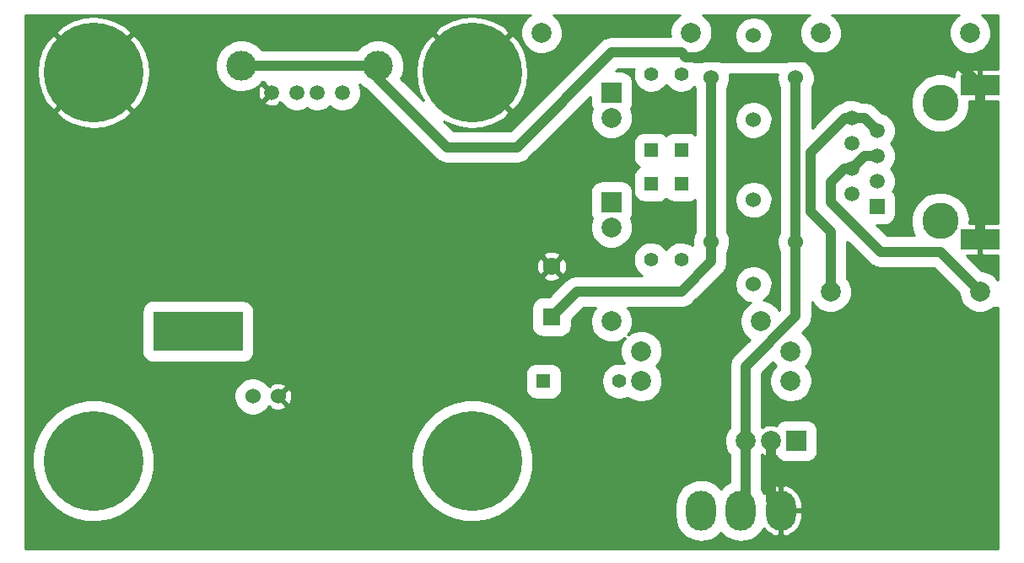
<source format=gbl>
G04 #@! TF.FileFunction,Copper,L2,Bot,Signal*
%FSLAX46Y46*%
G04 Gerber Fmt 4.6, Leading zero omitted, Abs format (unit mm)*
G04 Created by KiCad (PCBNEW 4.0.2+dfsg1-stable) date Mi 16 Aug 2017 11:46:23 CEST*
%MOMM*%
G01*
G04 APERTURE LIST*
%ADD10C,0.100000*%
%ADD11C,1.524000*%
%ADD12R,1.397000X1.397000*%
%ADD13C,1.397000*%
%ADD14R,2.000000X2.000000*%
%ADD15C,2.000000*%
%ADD16C,1.998980*%
%ADD17R,1.998980X1.998980*%
%ADD18C,10.000000*%
%ADD19C,1.501140*%
%ADD20C,2.999740*%
%ADD21R,1.778000X1.778000*%
%ADD22C,1.778000*%
%ADD23O,3.000000X4.000000*%
%ADD24R,9.000000X4.000000*%
%ADD25C,3.649980*%
%ADD26R,1.501140X1.501140*%
%ADD27R,4.000000X2.000000*%
%ADD28C,0.600000*%
%ADD29C,1.000000*%
%ADD30C,0.254000*%
G04 APERTURE END LIST*
D10*
D11*
X108495281Y-50030000D03*
X104252641Y-54272641D03*
X100010000Y-50030000D03*
X104252641Y-45787359D03*
D12*
X97000000Y-44190000D03*
D13*
X97000000Y-51810000D03*
D12*
X97000000Y-40810000D03*
D13*
X97000000Y-33190000D03*
D12*
X94000000Y-44190000D03*
D13*
X94000000Y-51810000D03*
D14*
X90000000Y-46000000D03*
D15*
X90000000Y-48540000D03*
D14*
X90000000Y-35000000D03*
D15*
X90000000Y-37540000D03*
D12*
X94000000Y-40810000D03*
D13*
X94000000Y-33190000D03*
D11*
X108495281Y-33520000D03*
X104252641Y-37762641D03*
X100010000Y-33520000D03*
X104252641Y-29277359D03*
D12*
X83190000Y-64000000D03*
D13*
X90810000Y-64000000D03*
D16*
X106000000Y-70000000D03*
D17*
X108540000Y-70000000D03*
D16*
X103460000Y-70000000D03*
D18*
X76000000Y-33000000D03*
X38000000Y-33000000D03*
X76000000Y-72000000D03*
X38000000Y-72000000D03*
D19*
X55887140Y-35002120D03*
X58427140Y-35002120D03*
X60459140Y-35002120D03*
X62999140Y-35002120D03*
D20*
X52839140Y-32335120D03*
X66555140Y-32335120D03*
D21*
X84000000Y-57540000D03*
D22*
X84000000Y-52460000D03*
D23*
X107000000Y-77000000D03*
X103000000Y-77000000D03*
X99000000Y-77000000D03*
D16*
X83000000Y-29000000D03*
X98000000Y-29000000D03*
X90000000Y-58000000D03*
X105000000Y-58000000D03*
X111000000Y-29000000D03*
X126000000Y-29000000D03*
X112000000Y-55000000D03*
X127000000Y-55000000D03*
X93000000Y-64000000D03*
X108000000Y-64000000D03*
X108000000Y-61000000D03*
X93000000Y-61000000D03*
D24*
X48500000Y-59000000D03*
D25*
X123000000Y-36061480D03*
X123000000Y-47930900D03*
D26*
X116650000Y-46445000D03*
D19*
X114110000Y-45175000D03*
X116650000Y-43905000D03*
X114110000Y-42635000D03*
X116650000Y-41365000D03*
X114110000Y-40095000D03*
X116650000Y-38825000D03*
X114110000Y-37555000D03*
D27*
X127000000Y-34250000D03*
X127000000Y-49750000D03*
D11*
X54000000Y-65530000D03*
X56540000Y-65530000D03*
D28*
X32900000Y-38500000D03*
X80600000Y-44500000D03*
X70100000Y-28900000D03*
X114400000Y-77600000D03*
X112500000Y-66200000D03*
D29*
X114110000Y-37555000D02*
X113445000Y-37555000D01*
X113445000Y-37555000D02*
X110000000Y-41000000D01*
X112000000Y-49000000D02*
X112000000Y-55000000D01*
X110000000Y-47000000D02*
X112000000Y-49000000D01*
X110000000Y-41000000D02*
X110000000Y-47000000D01*
X114110000Y-37555000D02*
X115380000Y-37555000D01*
X115380000Y-37555000D02*
X116650000Y-38825000D01*
X114110000Y-42635000D02*
X113365000Y-42635000D01*
X113365000Y-42635000D02*
X112000000Y-44000000D01*
X112000000Y-44000000D02*
X112000000Y-46000000D01*
X112000000Y-46000000D02*
X117000000Y-51000000D01*
X117000000Y-51000000D02*
X123000000Y-51000000D01*
X123000000Y-51000000D02*
X127000000Y-55000000D01*
X116650000Y-41365000D02*
X115380000Y-41365000D01*
X115380000Y-41365000D02*
X114110000Y-42635000D01*
X106000000Y-70000000D02*
X106000000Y-76000000D01*
X106000000Y-76000000D02*
X107000000Y-77000000D01*
X106000000Y-76000000D02*
X107000000Y-77000000D01*
X106000000Y-76000000D02*
X107000000Y-77000000D01*
X100010000Y-50030000D02*
X100010000Y-51990000D01*
X86540000Y-55000000D02*
X84000000Y-57540000D01*
X97000000Y-55000000D02*
X86540000Y-55000000D01*
X100010000Y-51990000D02*
X97000000Y-55000000D01*
X100000000Y-50040000D02*
X100010000Y-50030000D01*
X100010000Y-33520000D02*
X100010000Y-50030000D01*
X108495281Y-50030000D02*
X108495281Y-57504719D01*
X103460000Y-62540000D02*
X103460000Y-70000000D01*
X108495281Y-57504719D02*
X103460000Y-62540000D01*
X103460000Y-70000000D02*
X103460000Y-76540000D01*
X103460000Y-76540000D02*
X103000000Y-77000000D01*
X108495281Y-50030000D02*
X108495281Y-33520000D01*
X120000000Y-31500000D02*
X124250000Y-31500000D01*
X97500000Y-31500000D02*
X97000000Y-31000000D01*
X97000000Y-31000000D02*
X90000000Y-31000000D01*
X98000000Y-31500000D02*
X100000000Y-31500000D01*
X120000000Y-31500000D02*
X115000000Y-31500000D01*
X115000000Y-31500000D02*
X100000000Y-31500000D01*
X98000000Y-31500000D02*
X97500000Y-31500000D01*
X73500000Y-40500000D02*
X79000000Y-40500000D01*
X66555140Y-33555140D02*
X73500000Y-40500000D01*
X80500000Y-40500000D02*
X90000000Y-31000000D01*
X79000000Y-40500000D02*
X80500000Y-40500000D01*
X124250000Y-31500000D02*
X127000000Y-34250000D01*
X66555140Y-32335120D02*
X66555140Y-33555140D01*
X52839140Y-32335120D02*
X66555140Y-32335120D01*
X127000000Y-49750000D02*
X127000000Y-34250000D01*
D30*
G36*
X81661086Y-27334727D02*
X81363132Y-27626505D01*
X81127526Y-27970599D01*
X80963242Y-28353902D01*
X80876538Y-28761816D01*
X80870715Y-29178801D01*
X80945996Y-29588976D01*
X81099514Y-29976717D01*
X81325420Y-30327256D01*
X81615111Y-30627239D01*
X81957552Y-30865242D01*
X82339699Y-31032198D01*
X82746997Y-31121748D01*
X83163932Y-31130481D01*
X83574622Y-31058066D01*
X83963426Y-30907259D01*
X84315533Y-30683805D01*
X84617531Y-30396215D01*
X84857919Y-30055445D01*
X85027538Y-29674472D01*
X85119930Y-29267809D01*
X85126581Y-28791487D01*
X85045580Y-28382403D01*
X84886664Y-27996843D01*
X84655885Y-27649493D01*
X84362034Y-27353583D01*
X84137303Y-27202000D01*
X96863915Y-27202000D01*
X96661086Y-27334727D01*
X96363132Y-27626505D01*
X96127526Y-27970599D01*
X95963242Y-28353902D01*
X95876538Y-28761816D01*
X95870715Y-29178801D01*
X95906357Y-29373000D01*
X90000000Y-29373000D01*
X89850449Y-29387664D01*
X89700711Y-29400764D01*
X89692494Y-29403151D01*
X89683981Y-29403986D01*
X89540119Y-29447421D01*
X89395784Y-29489354D01*
X89388188Y-29493291D01*
X89379998Y-29495764D01*
X89247302Y-29566320D01*
X89113872Y-29635483D01*
X89107186Y-29640821D01*
X89099632Y-29644837D01*
X88983147Y-29739840D01*
X88865712Y-29833587D01*
X88853806Y-29845327D01*
X88853560Y-29845528D01*
X88853372Y-29845756D01*
X88849537Y-29849537D01*
X79826074Y-38873000D01*
X74173926Y-38873000D01*
X73180905Y-37879979D01*
X73745368Y-38194024D01*
X74801994Y-38534079D01*
X75904659Y-38661462D01*
X77010987Y-38571279D01*
X78078464Y-38266994D01*
X79066067Y-37760302D01*
X79224613Y-37654365D01*
X79800734Y-36980339D01*
X76000000Y-33179605D01*
X75985858Y-33193748D01*
X75806253Y-33014143D01*
X75820395Y-33000000D01*
X76179605Y-33000000D01*
X79980339Y-36800734D01*
X80654365Y-36224613D01*
X81194024Y-35254632D01*
X81534079Y-34198006D01*
X81661462Y-33095341D01*
X81571279Y-31989013D01*
X81266994Y-30921536D01*
X80760302Y-29933933D01*
X80654365Y-29775387D01*
X79980339Y-29199266D01*
X76179605Y-33000000D01*
X75820395Y-33000000D01*
X72019661Y-29199266D01*
X71345635Y-29775387D01*
X70805976Y-30745368D01*
X70465921Y-31801994D01*
X70338538Y-32904659D01*
X70428721Y-34010987D01*
X70733006Y-35078464D01*
X71105579Y-35804653D01*
X68877845Y-33576919D01*
X69059774Y-33168301D01*
X69173906Y-32665947D01*
X69182122Y-32077542D01*
X69082061Y-31572197D01*
X68885751Y-31095912D01*
X68600668Y-30666828D01*
X68237672Y-30301289D01*
X67810588Y-30013217D01*
X67335685Y-29813586D01*
X66831051Y-29710000D01*
X66315908Y-29706403D01*
X65809877Y-29802934D01*
X65332233Y-29995915D01*
X64901169Y-30277995D01*
X64533104Y-30638431D01*
X64485387Y-30708120D01*
X54912102Y-30708120D01*
X54884668Y-30666828D01*
X54521672Y-30301289D01*
X54094588Y-30013217D01*
X53619685Y-29813586D01*
X53115051Y-29710000D01*
X52599908Y-29706403D01*
X52093877Y-29802934D01*
X51616233Y-29995915D01*
X51185169Y-30277995D01*
X50817104Y-30638431D01*
X50526058Y-31063493D01*
X50323117Y-31536990D01*
X50216010Y-32040889D01*
X50208817Y-32555994D01*
X50301813Y-33062687D01*
X50491454Y-33541667D01*
X50770518Y-33974689D01*
X51128376Y-34345261D01*
X51551395Y-34639268D01*
X52023465Y-34845510D01*
X52526603Y-34956132D01*
X53041646Y-34966921D01*
X53548975Y-34877465D01*
X54029267Y-34691172D01*
X54464228Y-34415137D01*
X54837289Y-34059876D01*
X54906248Y-33962120D01*
X55132021Y-33962120D01*
X55109344Y-34044719D01*
X55887140Y-34822515D01*
X55901283Y-34808373D01*
X56080888Y-34987978D01*
X56066745Y-35002120D01*
X56080888Y-35016263D01*
X55901283Y-35195868D01*
X55887140Y-35181725D01*
X55109344Y-35959521D01*
X55174939Y-36198446D01*
X55422015Y-36314403D01*
X55686967Y-36379929D01*
X55959610Y-36392507D01*
X56229469Y-36351653D01*
X56486172Y-36258937D01*
X56599341Y-36198446D01*
X56664935Y-35959523D01*
X56781388Y-36075976D01*
X56844639Y-36012725D01*
X56948581Y-36174012D01*
X57204361Y-36438880D01*
X57506717Y-36649023D01*
X57844132Y-36796436D01*
X58203753Y-36875503D01*
X58571882Y-36883215D01*
X58934499Y-36819275D01*
X59277790Y-36686121D01*
X59442081Y-36581859D01*
X59538717Y-36649023D01*
X59876132Y-36796436D01*
X60235753Y-36875503D01*
X60603882Y-36883215D01*
X60966499Y-36819275D01*
X61309790Y-36686121D01*
X61620681Y-36488824D01*
X61726906Y-36387668D01*
X61776361Y-36438880D01*
X62078717Y-36649023D01*
X62416132Y-36796436D01*
X62775753Y-36875503D01*
X63143882Y-36883215D01*
X63506499Y-36819275D01*
X63849790Y-36686121D01*
X64160681Y-36488824D01*
X64427329Y-36234899D01*
X64639577Y-35934018D01*
X64789342Y-35597641D01*
X64870918Y-35238581D01*
X64876791Y-34818015D01*
X64805272Y-34456817D01*
X64695934Y-34191546D01*
X64844376Y-34345261D01*
X65267395Y-34639268D01*
X65393662Y-34694433D01*
X65400467Y-34701334D01*
X65400668Y-34701580D01*
X65400896Y-34701768D01*
X65404677Y-34705603D01*
X72349537Y-41650463D01*
X72465672Y-41745857D01*
X72580799Y-41842460D01*
X72588299Y-41846583D01*
X72594907Y-41852011D01*
X72727332Y-41923017D01*
X72859057Y-41995433D01*
X72867211Y-41998020D01*
X72874752Y-42002063D01*
X73018490Y-42046008D01*
X73161728Y-42091446D01*
X73170229Y-42092400D01*
X73178411Y-42094901D01*
X73327954Y-42110091D01*
X73477284Y-42126841D01*
X73494005Y-42126958D01*
X73494320Y-42126990D01*
X73494613Y-42126962D01*
X73500000Y-42127000D01*
X80500000Y-42127000D01*
X80649551Y-42112336D01*
X80799289Y-42099236D01*
X80807506Y-42096849D01*
X80816019Y-42096014D01*
X80959881Y-42052579D01*
X81104216Y-42010646D01*
X81111812Y-42006709D01*
X81120002Y-42004236D01*
X81252698Y-41933680D01*
X81386128Y-41864517D01*
X81392814Y-41859179D01*
X81400368Y-41855163D01*
X81516853Y-41760160D01*
X81634288Y-41666413D01*
X81646194Y-41654673D01*
X81646440Y-41654472D01*
X81646628Y-41654244D01*
X81650463Y-41650463D01*
X87867547Y-35433379D01*
X87867547Y-36000000D01*
X87881859Y-36179471D01*
X87976126Y-36483872D01*
X88074464Y-36633106D01*
X87962753Y-36893747D01*
X87876028Y-37301758D01*
X87870204Y-37718844D01*
X87945503Y-38129118D01*
X88099058Y-38516952D01*
X88325018Y-38867574D01*
X88614779Y-39167630D01*
X88957301Y-39405689D01*
X89339540Y-39572685D01*
X89746936Y-39662257D01*
X90163971Y-39670993D01*
X90574760Y-39598560D01*
X90963657Y-39447717D01*
X91315848Y-39224209D01*
X91617919Y-38936551D01*
X91858365Y-38595698D01*
X92028025Y-38214634D01*
X92120439Y-37807874D01*
X92127092Y-37331437D01*
X92046071Y-36922255D01*
X91929068Y-36638384D01*
X91956664Y-36606006D01*
X92087618Y-36315494D01*
X92132453Y-36000000D01*
X92132453Y-34000000D01*
X92118141Y-33820529D01*
X92023874Y-33516128D01*
X91848534Y-33250040D01*
X91606006Y-33043336D01*
X91315494Y-32912382D01*
X91000000Y-32867547D01*
X90433379Y-32867547D01*
X90673926Y-32627000D01*
X92255111Y-32627000D01*
X92251531Y-32635353D01*
X92177099Y-32985529D01*
X92172100Y-33343493D01*
X92236726Y-33695611D01*
X92368514Y-34028470D01*
X92562445Y-34329392D01*
X92811132Y-34586915D01*
X93105103Y-34791230D01*
X93433160Y-34934554D01*
X93782808Y-35011429D01*
X94140728Y-35018927D01*
X94493289Y-34956761D01*
X94827060Y-34827300D01*
X95129328Y-34635474D01*
X95388581Y-34388591D01*
X95499376Y-34231529D01*
X95562445Y-34329392D01*
X95811132Y-34586915D01*
X96105103Y-34791230D01*
X96433160Y-34934554D01*
X96782808Y-35011429D01*
X97140728Y-35018927D01*
X97493289Y-34956761D01*
X97827060Y-34827300D01*
X98129328Y-34635474D01*
X98347556Y-34427659D01*
X98383000Y-34482657D01*
X98383000Y-39221736D01*
X98304506Y-39154836D01*
X98013994Y-39023882D01*
X97698500Y-38979047D01*
X96301500Y-38979047D01*
X96122029Y-38993359D01*
X95817628Y-39087626D01*
X95551540Y-39262966D01*
X95500980Y-39322289D01*
X95304506Y-39154836D01*
X95013994Y-39023882D01*
X94698500Y-38979047D01*
X93301500Y-38979047D01*
X93122029Y-38993359D01*
X92817628Y-39087626D01*
X92551540Y-39262966D01*
X92344836Y-39505494D01*
X92213882Y-39796006D01*
X92169047Y-40111500D01*
X92169047Y-41508500D01*
X92183359Y-41687971D01*
X92277626Y-41992372D01*
X92452966Y-42258460D01*
X92695494Y-42465164D01*
X92770236Y-42498855D01*
X92551540Y-42642966D01*
X92344836Y-42885494D01*
X92213882Y-43176006D01*
X92169047Y-43491500D01*
X92169047Y-44888500D01*
X92183359Y-45067971D01*
X92277626Y-45372372D01*
X92452966Y-45638460D01*
X92695494Y-45845164D01*
X92986006Y-45976118D01*
X93301500Y-46020953D01*
X94698500Y-46020953D01*
X94877971Y-46006641D01*
X95182372Y-45912374D01*
X95448460Y-45737034D01*
X95499020Y-45677711D01*
X95695494Y-45845164D01*
X95986006Y-45976118D01*
X96301500Y-46020953D01*
X97698500Y-46020953D01*
X97877971Y-46006641D01*
X98182372Y-45912374D01*
X98383000Y-45780169D01*
X98383000Y-49062472D01*
X98346647Y-49115564D01*
X98200711Y-49456060D01*
X98123689Y-49818416D01*
X98118517Y-50188832D01*
X98154874Y-50386927D01*
X97872453Y-50196432D01*
X97542427Y-50057701D01*
X97191740Y-49985716D01*
X96833750Y-49983216D01*
X96482092Y-50050299D01*
X96150161Y-50184408D01*
X95850600Y-50380435D01*
X95594819Y-50630913D01*
X95500203Y-50769096D01*
X95421506Y-50650648D01*
X95169248Y-50396622D01*
X94872453Y-50196432D01*
X94542427Y-50057701D01*
X94191740Y-49985716D01*
X93833750Y-49983216D01*
X93482092Y-50050299D01*
X93150161Y-50184408D01*
X92850600Y-50380435D01*
X92594819Y-50630913D01*
X92392562Y-50926303D01*
X92251531Y-51255353D01*
X92177099Y-51605529D01*
X92172100Y-51963493D01*
X92236726Y-52315611D01*
X92368514Y-52648470D01*
X92562445Y-52949392D01*
X92811132Y-53206915D01*
X93050097Y-53373000D01*
X86540000Y-53373000D01*
X86390412Y-53387667D01*
X86240710Y-53400764D01*
X86232492Y-53403151D01*
X86223981Y-53403986D01*
X86080131Y-53447417D01*
X85935784Y-53489354D01*
X85928189Y-53493291D01*
X85919998Y-53495764D01*
X85787262Y-53566341D01*
X85653872Y-53635484D01*
X85647189Y-53640819D01*
X85639632Y-53644837D01*
X85523120Y-53739862D01*
X85405712Y-53833587D01*
X85393810Y-53845324D01*
X85393560Y-53845528D01*
X85393368Y-53845760D01*
X85389537Y-53849538D01*
X83720527Y-55518547D01*
X83111000Y-55518547D01*
X82931529Y-55532859D01*
X82627128Y-55627126D01*
X82361040Y-55802466D01*
X82154336Y-56044994D01*
X82023382Y-56335506D01*
X81978547Y-56651000D01*
X81978547Y-58429000D01*
X81992859Y-58608471D01*
X82087126Y-58912872D01*
X82262466Y-59178960D01*
X82504994Y-59385664D01*
X82795506Y-59516618D01*
X83111000Y-59561453D01*
X84889000Y-59561453D01*
X85068471Y-59547141D01*
X85372872Y-59452874D01*
X85638960Y-59277534D01*
X85845664Y-59035006D01*
X85976618Y-58744494D01*
X86021453Y-58429000D01*
X86021453Y-57819473D01*
X87213925Y-56627000D01*
X88362793Y-56627000D01*
X88127526Y-56970599D01*
X87963242Y-57353902D01*
X87876538Y-57761816D01*
X87870715Y-58178801D01*
X87945996Y-58588976D01*
X88099514Y-58976717D01*
X88325420Y-59327256D01*
X88615111Y-59627239D01*
X88957552Y-59865242D01*
X89339699Y-60032198D01*
X89746997Y-60121748D01*
X90163932Y-60130481D01*
X90574622Y-60058066D01*
X90963426Y-59907259D01*
X91315533Y-59683805D01*
X91339573Y-59660912D01*
X91127526Y-59970599D01*
X90963242Y-60353902D01*
X90876538Y-60761816D01*
X90870715Y-61178801D01*
X90945996Y-61588976D01*
X91099514Y-61976717D01*
X91262217Y-62229184D01*
X91001740Y-62175716D01*
X90643750Y-62173216D01*
X90292092Y-62240299D01*
X89960161Y-62374408D01*
X89660600Y-62570435D01*
X89404819Y-62820913D01*
X89202562Y-63116303D01*
X89061531Y-63445353D01*
X88987099Y-63795529D01*
X88982100Y-64153493D01*
X89046726Y-64505611D01*
X89178514Y-64838470D01*
X89372445Y-65139392D01*
X89621132Y-65396915D01*
X89915103Y-65601230D01*
X90243160Y-65744554D01*
X90592808Y-65821429D01*
X90950728Y-65828927D01*
X91303289Y-65766761D01*
X91632264Y-65639160D01*
X91957552Y-65865242D01*
X92339699Y-66032198D01*
X92746997Y-66121748D01*
X93163932Y-66130481D01*
X93574622Y-66058066D01*
X93963426Y-65907259D01*
X94315533Y-65683805D01*
X94617531Y-65396215D01*
X94857919Y-65055445D01*
X95027538Y-64674472D01*
X95119930Y-64267809D01*
X95126581Y-63791487D01*
X95045580Y-63382403D01*
X94886664Y-62996843D01*
X94655885Y-62649493D01*
X94507974Y-62500545D01*
X94617531Y-62396215D01*
X94857919Y-62055445D01*
X95027538Y-61674472D01*
X95119930Y-61267809D01*
X95126581Y-60791487D01*
X95045580Y-60382403D01*
X94886664Y-59996843D01*
X94655885Y-59649493D01*
X94362034Y-59353583D01*
X94016304Y-59120385D01*
X93631863Y-58958781D01*
X93223354Y-58874926D01*
X92806338Y-58872015D01*
X92396699Y-58950158D01*
X92010039Y-59106379D01*
X91661086Y-59334727D01*
X91660505Y-59335296D01*
X91857919Y-59055445D01*
X92027538Y-58674472D01*
X92119930Y-58267809D01*
X92126581Y-57791487D01*
X92045580Y-57382403D01*
X91886664Y-56996843D01*
X91655885Y-56649493D01*
X91633549Y-56627000D01*
X97000000Y-56627000D01*
X97149551Y-56612336D01*
X97299289Y-56599236D01*
X97307506Y-56596849D01*
X97316019Y-56596014D01*
X97459881Y-56552579D01*
X97604216Y-56510646D01*
X97611812Y-56506709D01*
X97620002Y-56504236D01*
X97752698Y-56433680D01*
X97886128Y-56364517D01*
X97892814Y-56359179D01*
X97900368Y-56355163D01*
X98016853Y-56260160D01*
X98134288Y-56166413D01*
X98146194Y-56154673D01*
X98146440Y-56154472D01*
X98146628Y-56154244D01*
X98150463Y-56150463D01*
X101160463Y-53140463D01*
X101255879Y-53024301D01*
X101352460Y-52909201D01*
X101356581Y-52901705D01*
X101362012Y-52895093D01*
X101433038Y-52762629D01*
X101505433Y-52630943D01*
X101508020Y-52622789D01*
X101512063Y-52615248D01*
X101556008Y-52471510D01*
X101601446Y-52328272D01*
X101602400Y-52319771D01*
X101604901Y-52311589D01*
X101620096Y-52162006D01*
X101636841Y-52012716D01*
X101636958Y-51996004D01*
X101636991Y-51995679D01*
X101636962Y-51995376D01*
X101637000Y-51990000D01*
X101637000Y-51000775D01*
X101660423Y-50967571D01*
X101811100Y-50629146D01*
X101893173Y-50267900D01*
X101899081Y-49844774D01*
X101827126Y-49481377D01*
X101685958Y-49138877D01*
X101637000Y-49065189D01*
X101637000Y-45946191D01*
X102361158Y-45946191D01*
X102428032Y-46310557D01*
X102564404Y-46654995D01*
X102765081Y-46966384D01*
X103022419Y-47232865D01*
X103326615Y-47444287D01*
X103666083Y-47592597D01*
X104027894Y-47672147D01*
X104398264Y-47679905D01*
X104763088Y-47615576D01*
X105108470Y-47481612D01*
X105421253Y-47283114D01*
X105689524Y-47027643D01*
X105903064Y-46724930D01*
X106053741Y-46386505D01*
X106135814Y-46025259D01*
X106141722Y-45602133D01*
X106069767Y-45238736D01*
X105928599Y-44896236D01*
X105723594Y-44587679D01*
X105462561Y-44324817D01*
X105155442Y-44117663D01*
X104813936Y-43974107D01*
X104451051Y-43899617D01*
X104080608Y-43897031D01*
X103716717Y-43966447D01*
X103373240Y-44105221D01*
X103063259Y-44308066D01*
X102798581Y-44567258D01*
X102589288Y-44872923D01*
X102443352Y-45213419D01*
X102366330Y-45575775D01*
X102361158Y-45946191D01*
X101637000Y-45946191D01*
X101637000Y-37921473D01*
X102361158Y-37921473D01*
X102428032Y-38285839D01*
X102564404Y-38630277D01*
X102765081Y-38941666D01*
X103022419Y-39208147D01*
X103326615Y-39419569D01*
X103666083Y-39567879D01*
X104027894Y-39647429D01*
X104398264Y-39655187D01*
X104763088Y-39590858D01*
X105108470Y-39456894D01*
X105421253Y-39258396D01*
X105689524Y-39002925D01*
X105903064Y-38700212D01*
X106053741Y-38361787D01*
X106135814Y-38000541D01*
X106141722Y-37577415D01*
X106069767Y-37214018D01*
X105928599Y-36871518D01*
X105723594Y-36562961D01*
X105462561Y-36300099D01*
X105155442Y-36092945D01*
X104813936Y-35949389D01*
X104451051Y-35874899D01*
X104080608Y-35872313D01*
X103716717Y-35941729D01*
X103373240Y-36080503D01*
X103063259Y-36283348D01*
X102798581Y-36542540D01*
X102589288Y-36848205D01*
X102443352Y-37188701D01*
X102366330Y-37551057D01*
X102361158Y-37921473D01*
X101637000Y-37921473D01*
X101637000Y-34490775D01*
X101660423Y-34457571D01*
X101811100Y-34119146D01*
X101893173Y-33757900D01*
X101899081Y-33334774D01*
X101857940Y-33127000D01*
X106647532Y-33127000D01*
X106608970Y-33308416D01*
X106603798Y-33678832D01*
X106670672Y-34043198D01*
X106807044Y-34387636D01*
X106868281Y-34482657D01*
X106868281Y-49062472D01*
X106831928Y-49115564D01*
X106685992Y-49456060D01*
X106608970Y-49818416D01*
X106603798Y-50188832D01*
X106670672Y-50553198D01*
X106807044Y-50897636D01*
X106868281Y-50992657D01*
X106868281Y-56830793D01*
X106813042Y-56886032D01*
X106655885Y-56649493D01*
X106362034Y-56353583D01*
X106016304Y-56120385D01*
X105631863Y-55958781D01*
X105246048Y-55879584D01*
X105421253Y-55768396D01*
X105689524Y-55512925D01*
X105903064Y-55210212D01*
X106053741Y-54871787D01*
X106135814Y-54510541D01*
X106141722Y-54087415D01*
X106069767Y-53724018D01*
X105928599Y-53381518D01*
X105723594Y-53072961D01*
X105462561Y-52810099D01*
X105155442Y-52602945D01*
X104813936Y-52459389D01*
X104451051Y-52384899D01*
X104080608Y-52382313D01*
X103716717Y-52451729D01*
X103373240Y-52590503D01*
X103063259Y-52793348D01*
X102798581Y-53052540D01*
X102589288Y-53358205D01*
X102443352Y-53698701D01*
X102366330Y-54061057D01*
X102361158Y-54431473D01*
X102428032Y-54795839D01*
X102564404Y-55140277D01*
X102765081Y-55451666D01*
X103022419Y-55718147D01*
X103326615Y-55929569D01*
X103666083Y-56077879D01*
X103956136Y-56141652D01*
X103661086Y-56334727D01*
X103363132Y-56626505D01*
X103127526Y-56970599D01*
X102963242Y-57353902D01*
X102876538Y-57761816D01*
X102870715Y-58178801D01*
X102945996Y-58588976D01*
X103099514Y-58976717D01*
X103325420Y-59327256D01*
X103615111Y-59627239D01*
X103884562Y-59814512D01*
X102309537Y-61389537D01*
X102214121Y-61505699D01*
X102117540Y-61620799D01*
X102113419Y-61628295D01*
X102107988Y-61634907D01*
X102036962Y-61767371D01*
X101964567Y-61899057D01*
X101961980Y-61907211D01*
X101957937Y-61914752D01*
X101913992Y-62058490D01*
X101868554Y-62201728D01*
X101867600Y-62210229D01*
X101865099Y-62218411D01*
X101849909Y-62367949D01*
X101833159Y-62517284D01*
X101833042Y-62534006D01*
X101833010Y-62534321D01*
X101833038Y-62534614D01*
X101833000Y-62540000D01*
X101833000Y-68616842D01*
X101823132Y-68626505D01*
X101587526Y-68970599D01*
X101423242Y-69353902D01*
X101336538Y-69761816D01*
X101330715Y-70178801D01*
X101405996Y-70588976D01*
X101559514Y-70976717D01*
X101785420Y-71327256D01*
X101833000Y-71376526D01*
X101833000Y-74144780D01*
X101561551Y-74286690D01*
X101161984Y-74607950D01*
X101000206Y-74800750D01*
X100864042Y-74633796D01*
X100469000Y-74306988D01*
X100018003Y-74063136D01*
X99528232Y-73911526D01*
X99018340Y-73857934D01*
X98507749Y-73904401D01*
X98015908Y-74049158D01*
X97561551Y-74286690D01*
X97161984Y-74607950D01*
X96832427Y-75000702D01*
X96585431Y-75449985D01*
X96430406Y-75938686D01*
X96373256Y-76448191D01*
X96373000Y-76484870D01*
X96373000Y-77515130D01*
X96423031Y-78025384D01*
X96571218Y-78516202D01*
X96811916Y-78968890D01*
X97135958Y-79366204D01*
X97531000Y-79693012D01*
X97981997Y-79936864D01*
X98471768Y-80088474D01*
X98981660Y-80142066D01*
X99492251Y-80095599D01*
X99984092Y-79950842D01*
X100438449Y-79713310D01*
X100838016Y-79392050D01*
X100999794Y-79199250D01*
X101135958Y-79366204D01*
X101531000Y-79693012D01*
X101981997Y-79936864D01*
X102471768Y-80088474D01*
X102981660Y-80142066D01*
X103492251Y-80095599D01*
X103984092Y-79950842D01*
X104438449Y-79713310D01*
X104838016Y-79392050D01*
X105167573Y-78999298D01*
X105288150Y-78779970D01*
X105295370Y-78791739D01*
X105580130Y-79099475D01*
X105919454Y-79345744D01*
X106300303Y-79521083D01*
X106541167Y-79585113D01*
X106873000Y-79472165D01*
X106873000Y-77127000D01*
X107127000Y-77127000D01*
X107127000Y-79472165D01*
X107458833Y-79585113D01*
X107699697Y-79521083D01*
X108080546Y-79345744D01*
X108419870Y-79099475D01*
X108704630Y-78791739D01*
X108923882Y-78434362D01*
X109069200Y-78041078D01*
X109135000Y-77627000D01*
X109135000Y-77127000D01*
X107127000Y-77127000D01*
X106873000Y-77127000D01*
X106853000Y-77127000D01*
X106853000Y-76873000D01*
X106873000Y-76873000D01*
X106873000Y-74527835D01*
X107127000Y-74527835D01*
X107127000Y-76873000D01*
X109135000Y-76873000D01*
X109135000Y-76373000D01*
X109069200Y-75958922D01*
X108923882Y-75565638D01*
X108704630Y-75208261D01*
X108419870Y-74900525D01*
X108080546Y-74654256D01*
X107699697Y-74478917D01*
X107458833Y-74414887D01*
X107127000Y-74527835D01*
X106873000Y-74527835D01*
X106541167Y-74414887D01*
X106300303Y-74478917D01*
X105919454Y-74654256D01*
X105580130Y-74900525D01*
X105295370Y-75208261D01*
X105288356Y-75219694D01*
X105188084Y-75031110D01*
X105087000Y-74907169D01*
X105087000Y-71382792D01*
X105118222Y-71338532D01*
X105140258Y-71399399D01*
X105429787Y-71540238D01*
X105741229Y-71621885D01*
X106062615Y-71641205D01*
X106381595Y-71597454D01*
X106552832Y-71538292D01*
X106691976Y-71749450D01*
X106934504Y-71956154D01*
X107225016Y-72087108D01*
X107540510Y-72131943D01*
X109539490Y-72131943D01*
X109718961Y-72117631D01*
X110023362Y-72023364D01*
X110289450Y-71848024D01*
X110496154Y-71605496D01*
X110627108Y-71314984D01*
X110671943Y-70999490D01*
X110671943Y-69000510D01*
X110657631Y-68821039D01*
X110563364Y-68516638D01*
X110388024Y-68250550D01*
X110145496Y-68043846D01*
X109854984Y-67912892D01*
X109539490Y-67868057D01*
X107540510Y-67868057D01*
X107361039Y-67882369D01*
X107056638Y-67976636D01*
X106790550Y-68151976D01*
X106583846Y-68394504D01*
X106556098Y-68456062D01*
X106258771Y-68378115D01*
X105937385Y-68358795D01*
X105618405Y-68402546D01*
X105314089Y-68507686D01*
X105140258Y-68600601D01*
X105120204Y-68655994D01*
X105115885Y-68649493D01*
X105087000Y-68620406D01*
X105087000Y-63213926D01*
X106187571Y-62113355D01*
X106325420Y-62327256D01*
X106492275Y-62500039D01*
X106363132Y-62626505D01*
X106127526Y-62970599D01*
X105963242Y-63353902D01*
X105876538Y-63761816D01*
X105870715Y-64178801D01*
X105945996Y-64588976D01*
X106099514Y-64976717D01*
X106325420Y-65327256D01*
X106615111Y-65627239D01*
X106957552Y-65865242D01*
X107339699Y-66032198D01*
X107746997Y-66121748D01*
X108163932Y-66130481D01*
X108574622Y-66058066D01*
X108963426Y-65907259D01*
X109315533Y-65683805D01*
X109617531Y-65396215D01*
X109857919Y-65055445D01*
X110027538Y-64674472D01*
X110119930Y-64267809D01*
X110126581Y-63791487D01*
X110045580Y-63382403D01*
X109886664Y-62996843D01*
X109655885Y-62649493D01*
X109507974Y-62500545D01*
X109617531Y-62396215D01*
X109857919Y-62055445D01*
X110027538Y-61674472D01*
X110119930Y-61267809D01*
X110126581Y-60791487D01*
X110045580Y-60382403D01*
X109886664Y-59996843D01*
X109655885Y-59649493D01*
X109362034Y-59353583D01*
X109114385Y-59186541D01*
X109645744Y-58655182D01*
X109741160Y-58539020D01*
X109837741Y-58423920D01*
X109841862Y-58416424D01*
X109847293Y-58409812D01*
X109918319Y-58277348D01*
X109990714Y-58145662D01*
X109993301Y-58137508D01*
X109997344Y-58129967D01*
X110041285Y-57986242D01*
X110086727Y-57842991D01*
X110087681Y-57834488D01*
X110090182Y-57826307D01*
X110105376Y-57676730D01*
X110122122Y-57527435D01*
X110122239Y-57510723D01*
X110122272Y-57510398D01*
X110122243Y-57510095D01*
X110122281Y-57504719D01*
X110122281Y-56012045D01*
X110325420Y-56327256D01*
X110615111Y-56627239D01*
X110957552Y-56865242D01*
X111339699Y-57032198D01*
X111746997Y-57121748D01*
X112163932Y-57130481D01*
X112574622Y-57058066D01*
X112963426Y-56907259D01*
X113315533Y-56683805D01*
X113617531Y-56396215D01*
X113857919Y-56055445D01*
X114027538Y-55674472D01*
X114119930Y-55267809D01*
X114126581Y-54791487D01*
X114045580Y-54382403D01*
X113886664Y-53996843D01*
X113655885Y-53649493D01*
X113627000Y-53620406D01*
X113627000Y-50044234D01*
X113741873Y-50097041D01*
X113812805Y-50113731D01*
X115849537Y-52150463D01*
X115965699Y-52245879D01*
X116080799Y-52342460D01*
X116088295Y-52346581D01*
X116094907Y-52352012D01*
X116227371Y-52423038D01*
X116359057Y-52495433D01*
X116367211Y-52498020D01*
X116374752Y-52502063D01*
X116518477Y-52546004D01*
X116661728Y-52591446D01*
X116670231Y-52592400D01*
X116678412Y-52594901D01*
X116827989Y-52610095D01*
X116977284Y-52626841D01*
X116993996Y-52626958D01*
X116994321Y-52626991D01*
X116994624Y-52626962D01*
X117000000Y-52627000D01*
X122326074Y-52627000D01*
X124870814Y-55171740D01*
X124870715Y-55178801D01*
X124945996Y-55588976D01*
X125099514Y-55976717D01*
X125325420Y-56327256D01*
X125615111Y-56627239D01*
X125957552Y-56865242D01*
X126339699Y-57032198D01*
X126746997Y-57121748D01*
X127163932Y-57130481D01*
X127574622Y-57058066D01*
X127963426Y-56907259D01*
X128315533Y-56683805D01*
X128375184Y-56627000D01*
X128798000Y-56627000D01*
X128798000Y-80798000D01*
X31202000Y-80798000D01*
X31202000Y-72515175D01*
X31864946Y-72515175D01*
X32081852Y-73697002D01*
X32524178Y-74814190D01*
X33175077Y-75824187D01*
X34009755Y-76688522D01*
X34996421Y-77374272D01*
X36097492Y-77855318D01*
X37271029Y-78113337D01*
X38472332Y-78138501D01*
X39655644Y-77929851D01*
X40775893Y-77495335D01*
X41790410Y-76851503D01*
X42660551Y-76022879D01*
X43353172Y-75041025D01*
X43841894Y-73943339D01*
X44108099Y-72771632D01*
X44111680Y-72515175D01*
X69864946Y-72515175D01*
X70081852Y-73697002D01*
X70524178Y-74814190D01*
X71175077Y-75824187D01*
X72009755Y-76688522D01*
X72996421Y-77374272D01*
X74097492Y-77855318D01*
X75271029Y-78113337D01*
X76472332Y-78138501D01*
X77655644Y-77929851D01*
X78775893Y-77495335D01*
X79790410Y-76851503D01*
X80660551Y-76022879D01*
X81353172Y-75041025D01*
X81841894Y-73943339D01*
X82108099Y-72771632D01*
X82127263Y-71399217D01*
X81893877Y-70220534D01*
X81435996Y-69109630D01*
X80771059Y-68108819D01*
X79924394Y-67256223D01*
X78928250Y-66584315D01*
X77820570Y-66118689D01*
X76643545Y-65877081D01*
X75442007Y-65868692D01*
X74261724Y-66093843D01*
X73147650Y-66543958D01*
X72142222Y-67201892D01*
X71283736Y-68042584D01*
X70604890Y-69034013D01*
X70131542Y-70138416D01*
X69881723Y-71313725D01*
X69864946Y-72515175D01*
X44111680Y-72515175D01*
X44127263Y-71399217D01*
X43893877Y-70220534D01*
X43435996Y-69109630D01*
X42771059Y-68108819D01*
X41924394Y-67256223D01*
X40928250Y-66584315D01*
X39820570Y-66118689D01*
X38643545Y-65877081D01*
X37442007Y-65868692D01*
X36261724Y-66093843D01*
X35147650Y-66543958D01*
X34142222Y-67201892D01*
X33283736Y-68042584D01*
X32604890Y-69034013D01*
X32131542Y-70138416D01*
X31881723Y-71313725D01*
X31864946Y-72515175D01*
X31202000Y-72515175D01*
X31202000Y-65688832D01*
X52108517Y-65688832D01*
X52175391Y-66053198D01*
X52311763Y-66397636D01*
X52512440Y-66709025D01*
X52769778Y-66975506D01*
X53073974Y-67186928D01*
X53413442Y-67335238D01*
X53775253Y-67414788D01*
X54145623Y-67422546D01*
X54510447Y-67358217D01*
X54855829Y-67224253D01*
X55168612Y-67025755D01*
X55436883Y-66770284D01*
X55585400Y-66559746D01*
X55637631Y-66611977D01*
X55754041Y-66495567D01*
X55821020Y-66735656D01*
X56070048Y-66852756D01*
X56337135Y-66919023D01*
X56612017Y-66931910D01*
X56884133Y-66890922D01*
X57143023Y-66797636D01*
X57258980Y-66735656D01*
X57325960Y-66495565D01*
X56540000Y-65709605D01*
X56525858Y-65723748D01*
X56346253Y-65544143D01*
X56360395Y-65530000D01*
X56719605Y-65530000D01*
X57505565Y-66315960D01*
X57745656Y-66248980D01*
X57862756Y-65999952D01*
X57929023Y-65732865D01*
X57941910Y-65457983D01*
X57900922Y-65185867D01*
X57807636Y-64926977D01*
X57745656Y-64811020D01*
X57505565Y-64744040D01*
X56719605Y-65530000D01*
X56360395Y-65530000D01*
X56346253Y-65515858D01*
X56525858Y-65336253D01*
X56540000Y-65350395D01*
X57325960Y-64564435D01*
X57258980Y-64324344D01*
X57009952Y-64207244D01*
X56742865Y-64140977D01*
X56467983Y-64128090D01*
X56195867Y-64169078D01*
X55936977Y-64262364D01*
X55821020Y-64324344D01*
X55754041Y-64564433D01*
X55637631Y-64448023D01*
X55584473Y-64501181D01*
X55470953Y-64330320D01*
X55209920Y-64067458D01*
X54902801Y-63860304D01*
X54561295Y-63716748D01*
X54198410Y-63642258D01*
X53827967Y-63639672D01*
X53464076Y-63709088D01*
X53120599Y-63847862D01*
X52810618Y-64050707D01*
X52545940Y-64309899D01*
X52336647Y-64615564D01*
X52190711Y-64956060D01*
X52113689Y-65318416D01*
X52108517Y-65688832D01*
X31202000Y-65688832D01*
X31202000Y-63301500D01*
X81359047Y-63301500D01*
X81359047Y-64698500D01*
X81373359Y-64877971D01*
X81467626Y-65182372D01*
X81642966Y-65448460D01*
X81885494Y-65655164D01*
X82176006Y-65786118D01*
X82491500Y-65830953D01*
X83888500Y-65830953D01*
X84067971Y-65816641D01*
X84372372Y-65722374D01*
X84638460Y-65547034D01*
X84845164Y-65304506D01*
X84976118Y-65013994D01*
X85020953Y-64698500D01*
X85020953Y-63301500D01*
X85006641Y-63122029D01*
X84912374Y-62817628D01*
X84737034Y-62551540D01*
X84494506Y-62344836D01*
X84203994Y-62213882D01*
X83888500Y-62169047D01*
X82491500Y-62169047D01*
X82312029Y-62183359D01*
X82007628Y-62277626D01*
X81741540Y-62452966D01*
X81534836Y-62695494D01*
X81403882Y-62986006D01*
X81359047Y-63301500D01*
X31202000Y-63301500D01*
X31202000Y-57000000D01*
X42867547Y-57000000D01*
X42867547Y-61000000D01*
X42881859Y-61179471D01*
X42976126Y-61483872D01*
X43151466Y-61749960D01*
X43393994Y-61956664D01*
X43684506Y-62087618D01*
X44000000Y-62132453D01*
X53000000Y-62132453D01*
X53179471Y-62118141D01*
X53483872Y-62023874D01*
X53749960Y-61848534D01*
X53956664Y-61606006D01*
X54087618Y-61315494D01*
X54132453Y-61000000D01*
X54132453Y-57000000D01*
X54118141Y-56820529D01*
X54023874Y-56516128D01*
X53848534Y-56250040D01*
X53606006Y-56043336D01*
X53315494Y-55912382D01*
X53000000Y-55867547D01*
X44000000Y-55867547D01*
X43820529Y-55881859D01*
X43516128Y-55976126D01*
X43250040Y-56151466D01*
X43043336Y-56393994D01*
X42912382Y-56684506D01*
X42867547Y-57000000D01*
X31202000Y-57000000D01*
X31202000Y-53516231D01*
X83123374Y-53516231D01*
X83205727Y-53769289D01*
X83476418Y-53899086D01*
X83767230Y-53973580D01*
X84066988Y-53989908D01*
X84364171Y-53947443D01*
X84647359Y-53847816D01*
X84794273Y-53769289D01*
X84876626Y-53516231D01*
X84000000Y-52639605D01*
X83123374Y-53516231D01*
X31202000Y-53516231D01*
X31202000Y-52526988D01*
X82470092Y-52526988D01*
X82512557Y-52824171D01*
X82612184Y-53107359D01*
X82690711Y-53254273D01*
X82943769Y-53336626D01*
X83820395Y-52460000D01*
X84179605Y-52460000D01*
X85056231Y-53336626D01*
X85309289Y-53254273D01*
X85439086Y-52983582D01*
X85513580Y-52692770D01*
X85529908Y-52393012D01*
X85487443Y-52095829D01*
X85387816Y-51812641D01*
X85309289Y-51665727D01*
X85056231Y-51583374D01*
X84179605Y-52460000D01*
X83820395Y-52460000D01*
X82943769Y-51583374D01*
X82690711Y-51665727D01*
X82560914Y-51936418D01*
X82486420Y-52227230D01*
X82470092Y-52526988D01*
X31202000Y-52526988D01*
X31202000Y-51403769D01*
X83123374Y-51403769D01*
X84000000Y-52280395D01*
X84876626Y-51403769D01*
X84794273Y-51150711D01*
X84523582Y-51020914D01*
X84232770Y-50946420D01*
X83933012Y-50930092D01*
X83635829Y-50972557D01*
X83352641Y-51072184D01*
X83205727Y-51150711D01*
X83123374Y-51403769D01*
X31202000Y-51403769D01*
X31202000Y-45000000D01*
X87867547Y-45000000D01*
X87867547Y-47000000D01*
X87881859Y-47179471D01*
X87976126Y-47483872D01*
X88074464Y-47633106D01*
X87962753Y-47893747D01*
X87876028Y-48301758D01*
X87870204Y-48718844D01*
X87945503Y-49129118D01*
X88099058Y-49516952D01*
X88325018Y-49867574D01*
X88614779Y-50167630D01*
X88957301Y-50405689D01*
X89339540Y-50572685D01*
X89746936Y-50662257D01*
X90163971Y-50670993D01*
X90574760Y-50598560D01*
X90963657Y-50447717D01*
X91315848Y-50224209D01*
X91617919Y-49936551D01*
X91858365Y-49595698D01*
X92028025Y-49214634D01*
X92120439Y-48807874D01*
X92127092Y-48331437D01*
X92046071Y-47922255D01*
X91929068Y-47638384D01*
X91956664Y-47606006D01*
X92087618Y-47315494D01*
X92132453Y-47000000D01*
X92132453Y-45000000D01*
X92118141Y-44820529D01*
X92023874Y-44516128D01*
X91848534Y-44250040D01*
X91606006Y-44043336D01*
X91315494Y-43912382D01*
X91000000Y-43867547D01*
X89000000Y-43867547D01*
X88820529Y-43881859D01*
X88516128Y-43976126D01*
X88250040Y-44151466D01*
X88043336Y-44393994D01*
X87912382Y-44684506D01*
X87867547Y-45000000D01*
X31202000Y-45000000D01*
X31202000Y-36980339D01*
X34199266Y-36980339D01*
X34775387Y-37654365D01*
X35745368Y-38194024D01*
X36801994Y-38534079D01*
X37904659Y-38661462D01*
X39010987Y-38571279D01*
X40078464Y-38266994D01*
X41066067Y-37760302D01*
X41224613Y-37654365D01*
X41800734Y-36980339D01*
X38000000Y-33179605D01*
X34199266Y-36980339D01*
X31202000Y-36980339D01*
X31202000Y-32904659D01*
X32338538Y-32904659D01*
X32428721Y-34010987D01*
X32733006Y-35078464D01*
X33239698Y-36066067D01*
X33345635Y-36224613D01*
X34019661Y-36800734D01*
X37820395Y-33000000D01*
X38179605Y-33000000D01*
X41980339Y-36800734D01*
X42654365Y-36224613D01*
X43194024Y-35254632D01*
X43251967Y-35074590D01*
X54496753Y-35074590D01*
X54537607Y-35344449D01*
X54630323Y-35601152D01*
X54690814Y-35714321D01*
X54929739Y-35779916D01*
X55707535Y-35002120D01*
X54929739Y-34224324D01*
X54690814Y-34289919D01*
X54574857Y-34536995D01*
X54509331Y-34801947D01*
X54496753Y-35074590D01*
X43251967Y-35074590D01*
X43534079Y-34198006D01*
X43661462Y-33095341D01*
X43571279Y-31989013D01*
X43266994Y-30921536D01*
X42760302Y-29933933D01*
X42654365Y-29775387D01*
X41980339Y-29199266D01*
X38179605Y-33000000D01*
X37820395Y-33000000D01*
X34019661Y-29199266D01*
X33345635Y-29775387D01*
X32805976Y-30745368D01*
X32465921Y-31801994D01*
X32338538Y-32904659D01*
X31202000Y-32904659D01*
X31202000Y-29019661D01*
X34199266Y-29019661D01*
X38000000Y-32820395D01*
X41800734Y-29019661D01*
X72199266Y-29019661D01*
X76000000Y-32820395D01*
X79800734Y-29019661D01*
X79224613Y-28345635D01*
X78254632Y-27805976D01*
X77198006Y-27465921D01*
X76095341Y-27338538D01*
X74989013Y-27428721D01*
X73921536Y-27733006D01*
X72933933Y-28239698D01*
X72775387Y-28345635D01*
X72199266Y-29019661D01*
X41800734Y-29019661D01*
X41224613Y-28345635D01*
X40254632Y-27805976D01*
X39198006Y-27465921D01*
X38095341Y-27338538D01*
X36989013Y-27428721D01*
X35921536Y-27733006D01*
X34933933Y-28239698D01*
X34775387Y-28345635D01*
X34199266Y-29019661D01*
X31202000Y-29019661D01*
X31202000Y-27202000D01*
X81863915Y-27202000D01*
X81661086Y-27334727D01*
X81661086Y-27334727D01*
G37*
X81661086Y-27334727D02*
X81363132Y-27626505D01*
X81127526Y-27970599D01*
X80963242Y-28353902D01*
X80876538Y-28761816D01*
X80870715Y-29178801D01*
X80945996Y-29588976D01*
X81099514Y-29976717D01*
X81325420Y-30327256D01*
X81615111Y-30627239D01*
X81957552Y-30865242D01*
X82339699Y-31032198D01*
X82746997Y-31121748D01*
X83163932Y-31130481D01*
X83574622Y-31058066D01*
X83963426Y-30907259D01*
X84315533Y-30683805D01*
X84617531Y-30396215D01*
X84857919Y-30055445D01*
X85027538Y-29674472D01*
X85119930Y-29267809D01*
X85126581Y-28791487D01*
X85045580Y-28382403D01*
X84886664Y-27996843D01*
X84655885Y-27649493D01*
X84362034Y-27353583D01*
X84137303Y-27202000D01*
X96863915Y-27202000D01*
X96661086Y-27334727D01*
X96363132Y-27626505D01*
X96127526Y-27970599D01*
X95963242Y-28353902D01*
X95876538Y-28761816D01*
X95870715Y-29178801D01*
X95906357Y-29373000D01*
X90000000Y-29373000D01*
X89850449Y-29387664D01*
X89700711Y-29400764D01*
X89692494Y-29403151D01*
X89683981Y-29403986D01*
X89540119Y-29447421D01*
X89395784Y-29489354D01*
X89388188Y-29493291D01*
X89379998Y-29495764D01*
X89247302Y-29566320D01*
X89113872Y-29635483D01*
X89107186Y-29640821D01*
X89099632Y-29644837D01*
X88983147Y-29739840D01*
X88865712Y-29833587D01*
X88853806Y-29845327D01*
X88853560Y-29845528D01*
X88853372Y-29845756D01*
X88849537Y-29849537D01*
X79826074Y-38873000D01*
X74173926Y-38873000D01*
X73180905Y-37879979D01*
X73745368Y-38194024D01*
X74801994Y-38534079D01*
X75904659Y-38661462D01*
X77010987Y-38571279D01*
X78078464Y-38266994D01*
X79066067Y-37760302D01*
X79224613Y-37654365D01*
X79800734Y-36980339D01*
X76000000Y-33179605D01*
X75985858Y-33193748D01*
X75806253Y-33014143D01*
X75820395Y-33000000D01*
X76179605Y-33000000D01*
X79980339Y-36800734D01*
X80654365Y-36224613D01*
X81194024Y-35254632D01*
X81534079Y-34198006D01*
X81661462Y-33095341D01*
X81571279Y-31989013D01*
X81266994Y-30921536D01*
X80760302Y-29933933D01*
X80654365Y-29775387D01*
X79980339Y-29199266D01*
X76179605Y-33000000D01*
X75820395Y-33000000D01*
X72019661Y-29199266D01*
X71345635Y-29775387D01*
X70805976Y-30745368D01*
X70465921Y-31801994D01*
X70338538Y-32904659D01*
X70428721Y-34010987D01*
X70733006Y-35078464D01*
X71105579Y-35804653D01*
X68877845Y-33576919D01*
X69059774Y-33168301D01*
X69173906Y-32665947D01*
X69182122Y-32077542D01*
X69082061Y-31572197D01*
X68885751Y-31095912D01*
X68600668Y-30666828D01*
X68237672Y-30301289D01*
X67810588Y-30013217D01*
X67335685Y-29813586D01*
X66831051Y-29710000D01*
X66315908Y-29706403D01*
X65809877Y-29802934D01*
X65332233Y-29995915D01*
X64901169Y-30277995D01*
X64533104Y-30638431D01*
X64485387Y-30708120D01*
X54912102Y-30708120D01*
X54884668Y-30666828D01*
X54521672Y-30301289D01*
X54094588Y-30013217D01*
X53619685Y-29813586D01*
X53115051Y-29710000D01*
X52599908Y-29706403D01*
X52093877Y-29802934D01*
X51616233Y-29995915D01*
X51185169Y-30277995D01*
X50817104Y-30638431D01*
X50526058Y-31063493D01*
X50323117Y-31536990D01*
X50216010Y-32040889D01*
X50208817Y-32555994D01*
X50301813Y-33062687D01*
X50491454Y-33541667D01*
X50770518Y-33974689D01*
X51128376Y-34345261D01*
X51551395Y-34639268D01*
X52023465Y-34845510D01*
X52526603Y-34956132D01*
X53041646Y-34966921D01*
X53548975Y-34877465D01*
X54029267Y-34691172D01*
X54464228Y-34415137D01*
X54837289Y-34059876D01*
X54906248Y-33962120D01*
X55132021Y-33962120D01*
X55109344Y-34044719D01*
X55887140Y-34822515D01*
X55901283Y-34808373D01*
X56080888Y-34987978D01*
X56066745Y-35002120D01*
X56080888Y-35016263D01*
X55901283Y-35195868D01*
X55887140Y-35181725D01*
X55109344Y-35959521D01*
X55174939Y-36198446D01*
X55422015Y-36314403D01*
X55686967Y-36379929D01*
X55959610Y-36392507D01*
X56229469Y-36351653D01*
X56486172Y-36258937D01*
X56599341Y-36198446D01*
X56664935Y-35959523D01*
X56781388Y-36075976D01*
X56844639Y-36012725D01*
X56948581Y-36174012D01*
X57204361Y-36438880D01*
X57506717Y-36649023D01*
X57844132Y-36796436D01*
X58203753Y-36875503D01*
X58571882Y-36883215D01*
X58934499Y-36819275D01*
X59277790Y-36686121D01*
X59442081Y-36581859D01*
X59538717Y-36649023D01*
X59876132Y-36796436D01*
X60235753Y-36875503D01*
X60603882Y-36883215D01*
X60966499Y-36819275D01*
X61309790Y-36686121D01*
X61620681Y-36488824D01*
X61726906Y-36387668D01*
X61776361Y-36438880D01*
X62078717Y-36649023D01*
X62416132Y-36796436D01*
X62775753Y-36875503D01*
X63143882Y-36883215D01*
X63506499Y-36819275D01*
X63849790Y-36686121D01*
X64160681Y-36488824D01*
X64427329Y-36234899D01*
X64639577Y-35934018D01*
X64789342Y-35597641D01*
X64870918Y-35238581D01*
X64876791Y-34818015D01*
X64805272Y-34456817D01*
X64695934Y-34191546D01*
X64844376Y-34345261D01*
X65267395Y-34639268D01*
X65393662Y-34694433D01*
X65400467Y-34701334D01*
X65400668Y-34701580D01*
X65400896Y-34701768D01*
X65404677Y-34705603D01*
X72349537Y-41650463D01*
X72465672Y-41745857D01*
X72580799Y-41842460D01*
X72588299Y-41846583D01*
X72594907Y-41852011D01*
X72727332Y-41923017D01*
X72859057Y-41995433D01*
X72867211Y-41998020D01*
X72874752Y-42002063D01*
X73018490Y-42046008D01*
X73161728Y-42091446D01*
X73170229Y-42092400D01*
X73178411Y-42094901D01*
X73327954Y-42110091D01*
X73477284Y-42126841D01*
X73494005Y-42126958D01*
X73494320Y-42126990D01*
X73494613Y-42126962D01*
X73500000Y-42127000D01*
X80500000Y-42127000D01*
X80649551Y-42112336D01*
X80799289Y-42099236D01*
X80807506Y-42096849D01*
X80816019Y-42096014D01*
X80959881Y-42052579D01*
X81104216Y-42010646D01*
X81111812Y-42006709D01*
X81120002Y-42004236D01*
X81252698Y-41933680D01*
X81386128Y-41864517D01*
X81392814Y-41859179D01*
X81400368Y-41855163D01*
X81516853Y-41760160D01*
X81634288Y-41666413D01*
X81646194Y-41654673D01*
X81646440Y-41654472D01*
X81646628Y-41654244D01*
X81650463Y-41650463D01*
X87867547Y-35433379D01*
X87867547Y-36000000D01*
X87881859Y-36179471D01*
X87976126Y-36483872D01*
X88074464Y-36633106D01*
X87962753Y-36893747D01*
X87876028Y-37301758D01*
X87870204Y-37718844D01*
X87945503Y-38129118D01*
X88099058Y-38516952D01*
X88325018Y-38867574D01*
X88614779Y-39167630D01*
X88957301Y-39405689D01*
X89339540Y-39572685D01*
X89746936Y-39662257D01*
X90163971Y-39670993D01*
X90574760Y-39598560D01*
X90963657Y-39447717D01*
X91315848Y-39224209D01*
X91617919Y-38936551D01*
X91858365Y-38595698D01*
X92028025Y-38214634D01*
X92120439Y-37807874D01*
X92127092Y-37331437D01*
X92046071Y-36922255D01*
X91929068Y-36638384D01*
X91956664Y-36606006D01*
X92087618Y-36315494D01*
X92132453Y-36000000D01*
X92132453Y-34000000D01*
X92118141Y-33820529D01*
X92023874Y-33516128D01*
X91848534Y-33250040D01*
X91606006Y-33043336D01*
X91315494Y-32912382D01*
X91000000Y-32867547D01*
X90433379Y-32867547D01*
X90673926Y-32627000D01*
X92255111Y-32627000D01*
X92251531Y-32635353D01*
X92177099Y-32985529D01*
X92172100Y-33343493D01*
X92236726Y-33695611D01*
X92368514Y-34028470D01*
X92562445Y-34329392D01*
X92811132Y-34586915D01*
X93105103Y-34791230D01*
X93433160Y-34934554D01*
X93782808Y-35011429D01*
X94140728Y-35018927D01*
X94493289Y-34956761D01*
X94827060Y-34827300D01*
X95129328Y-34635474D01*
X95388581Y-34388591D01*
X95499376Y-34231529D01*
X95562445Y-34329392D01*
X95811132Y-34586915D01*
X96105103Y-34791230D01*
X96433160Y-34934554D01*
X96782808Y-35011429D01*
X97140728Y-35018927D01*
X97493289Y-34956761D01*
X97827060Y-34827300D01*
X98129328Y-34635474D01*
X98347556Y-34427659D01*
X98383000Y-34482657D01*
X98383000Y-39221736D01*
X98304506Y-39154836D01*
X98013994Y-39023882D01*
X97698500Y-38979047D01*
X96301500Y-38979047D01*
X96122029Y-38993359D01*
X95817628Y-39087626D01*
X95551540Y-39262966D01*
X95500980Y-39322289D01*
X95304506Y-39154836D01*
X95013994Y-39023882D01*
X94698500Y-38979047D01*
X93301500Y-38979047D01*
X93122029Y-38993359D01*
X92817628Y-39087626D01*
X92551540Y-39262966D01*
X92344836Y-39505494D01*
X92213882Y-39796006D01*
X92169047Y-40111500D01*
X92169047Y-41508500D01*
X92183359Y-41687971D01*
X92277626Y-41992372D01*
X92452966Y-42258460D01*
X92695494Y-42465164D01*
X92770236Y-42498855D01*
X92551540Y-42642966D01*
X92344836Y-42885494D01*
X92213882Y-43176006D01*
X92169047Y-43491500D01*
X92169047Y-44888500D01*
X92183359Y-45067971D01*
X92277626Y-45372372D01*
X92452966Y-45638460D01*
X92695494Y-45845164D01*
X92986006Y-45976118D01*
X93301500Y-46020953D01*
X94698500Y-46020953D01*
X94877971Y-46006641D01*
X95182372Y-45912374D01*
X95448460Y-45737034D01*
X95499020Y-45677711D01*
X95695494Y-45845164D01*
X95986006Y-45976118D01*
X96301500Y-46020953D01*
X97698500Y-46020953D01*
X97877971Y-46006641D01*
X98182372Y-45912374D01*
X98383000Y-45780169D01*
X98383000Y-49062472D01*
X98346647Y-49115564D01*
X98200711Y-49456060D01*
X98123689Y-49818416D01*
X98118517Y-50188832D01*
X98154874Y-50386927D01*
X97872453Y-50196432D01*
X97542427Y-50057701D01*
X97191740Y-49985716D01*
X96833750Y-49983216D01*
X96482092Y-50050299D01*
X96150161Y-50184408D01*
X95850600Y-50380435D01*
X95594819Y-50630913D01*
X95500203Y-50769096D01*
X95421506Y-50650648D01*
X95169248Y-50396622D01*
X94872453Y-50196432D01*
X94542427Y-50057701D01*
X94191740Y-49985716D01*
X93833750Y-49983216D01*
X93482092Y-50050299D01*
X93150161Y-50184408D01*
X92850600Y-50380435D01*
X92594819Y-50630913D01*
X92392562Y-50926303D01*
X92251531Y-51255353D01*
X92177099Y-51605529D01*
X92172100Y-51963493D01*
X92236726Y-52315611D01*
X92368514Y-52648470D01*
X92562445Y-52949392D01*
X92811132Y-53206915D01*
X93050097Y-53373000D01*
X86540000Y-53373000D01*
X86390412Y-53387667D01*
X86240710Y-53400764D01*
X86232492Y-53403151D01*
X86223981Y-53403986D01*
X86080131Y-53447417D01*
X85935784Y-53489354D01*
X85928189Y-53493291D01*
X85919998Y-53495764D01*
X85787262Y-53566341D01*
X85653872Y-53635484D01*
X85647189Y-53640819D01*
X85639632Y-53644837D01*
X85523120Y-53739862D01*
X85405712Y-53833587D01*
X85393810Y-53845324D01*
X85393560Y-53845528D01*
X85393368Y-53845760D01*
X85389537Y-53849538D01*
X83720527Y-55518547D01*
X83111000Y-55518547D01*
X82931529Y-55532859D01*
X82627128Y-55627126D01*
X82361040Y-55802466D01*
X82154336Y-56044994D01*
X82023382Y-56335506D01*
X81978547Y-56651000D01*
X81978547Y-58429000D01*
X81992859Y-58608471D01*
X82087126Y-58912872D01*
X82262466Y-59178960D01*
X82504994Y-59385664D01*
X82795506Y-59516618D01*
X83111000Y-59561453D01*
X84889000Y-59561453D01*
X85068471Y-59547141D01*
X85372872Y-59452874D01*
X85638960Y-59277534D01*
X85845664Y-59035006D01*
X85976618Y-58744494D01*
X86021453Y-58429000D01*
X86021453Y-57819473D01*
X87213925Y-56627000D01*
X88362793Y-56627000D01*
X88127526Y-56970599D01*
X87963242Y-57353902D01*
X87876538Y-57761816D01*
X87870715Y-58178801D01*
X87945996Y-58588976D01*
X88099514Y-58976717D01*
X88325420Y-59327256D01*
X88615111Y-59627239D01*
X88957552Y-59865242D01*
X89339699Y-60032198D01*
X89746997Y-60121748D01*
X90163932Y-60130481D01*
X90574622Y-60058066D01*
X90963426Y-59907259D01*
X91315533Y-59683805D01*
X91339573Y-59660912D01*
X91127526Y-59970599D01*
X90963242Y-60353902D01*
X90876538Y-60761816D01*
X90870715Y-61178801D01*
X90945996Y-61588976D01*
X91099514Y-61976717D01*
X91262217Y-62229184D01*
X91001740Y-62175716D01*
X90643750Y-62173216D01*
X90292092Y-62240299D01*
X89960161Y-62374408D01*
X89660600Y-62570435D01*
X89404819Y-62820913D01*
X89202562Y-63116303D01*
X89061531Y-63445353D01*
X88987099Y-63795529D01*
X88982100Y-64153493D01*
X89046726Y-64505611D01*
X89178514Y-64838470D01*
X89372445Y-65139392D01*
X89621132Y-65396915D01*
X89915103Y-65601230D01*
X90243160Y-65744554D01*
X90592808Y-65821429D01*
X90950728Y-65828927D01*
X91303289Y-65766761D01*
X91632264Y-65639160D01*
X91957552Y-65865242D01*
X92339699Y-66032198D01*
X92746997Y-66121748D01*
X93163932Y-66130481D01*
X93574622Y-66058066D01*
X93963426Y-65907259D01*
X94315533Y-65683805D01*
X94617531Y-65396215D01*
X94857919Y-65055445D01*
X95027538Y-64674472D01*
X95119930Y-64267809D01*
X95126581Y-63791487D01*
X95045580Y-63382403D01*
X94886664Y-62996843D01*
X94655885Y-62649493D01*
X94507974Y-62500545D01*
X94617531Y-62396215D01*
X94857919Y-62055445D01*
X95027538Y-61674472D01*
X95119930Y-61267809D01*
X95126581Y-60791487D01*
X95045580Y-60382403D01*
X94886664Y-59996843D01*
X94655885Y-59649493D01*
X94362034Y-59353583D01*
X94016304Y-59120385D01*
X93631863Y-58958781D01*
X93223354Y-58874926D01*
X92806338Y-58872015D01*
X92396699Y-58950158D01*
X92010039Y-59106379D01*
X91661086Y-59334727D01*
X91660505Y-59335296D01*
X91857919Y-59055445D01*
X92027538Y-58674472D01*
X92119930Y-58267809D01*
X92126581Y-57791487D01*
X92045580Y-57382403D01*
X91886664Y-56996843D01*
X91655885Y-56649493D01*
X91633549Y-56627000D01*
X97000000Y-56627000D01*
X97149551Y-56612336D01*
X97299289Y-56599236D01*
X97307506Y-56596849D01*
X97316019Y-56596014D01*
X97459881Y-56552579D01*
X97604216Y-56510646D01*
X97611812Y-56506709D01*
X97620002Y-56504236D01*
X97752698Y-56433680D01*
X97886128Y-56364517D01*
X97892814Y-56359179D01*
X97900368Y-56355163D01*
X98016853Y-56260160D01*
X98134288Y-56166413D01*
X98146194Y-56154673D01*
X98146440Y-56154472D01*
X98146628Y-56154244D01*
X98150463Y-56150463D01*
X101160463Y-53140463D01*
X101255879Y-53024301D01*
X101352460Y-52909201D01*
X101356581Y-52901705D01*
X101362012Y-52895093D01*
X101433038Y-52762629D01*
X101505433Y-52630943D01*
X101508020Y-52622789D01*
X101512063Y-52615248D01*
X101556008Y-52471510D01*
X101601446Y-52328272D01*
X101602400Y-52319771D01*
X101604901Y-52311589D01*
X101620096Y-52162006D01*
X101636841Y-52012716D01*
X101636958Y-51996004D01*
X101636991Y-51995679D01*
X101636962Y-51995376D01*
X101637000Y-51990000D01*
X101637000Y-51000775D01*
X101660423Y-50967571D01*
X101811100Y-50629146D01*
X101893173Y-50267900D01*
X101899081Y-49844774D01*
X101827126Y-49481377D01*
X101685958Y-49138877D01*
X101637000Y-49065189D01*
X101637000Y-45946191D01*
X102361158Y-45946191D01*
X102428032Y-46310557D01*
X102564404Y-46654995D01*
X102765081Y-46966384D01*
X103022419Y-47232865D01*
X103326615Y-47444287D01*
X103666083Y-47592597D01*
X104027894Y-47672147D01*
X104398264Y-47679905D01*
X104763088Y-47615576D01*
X105108470Y-47481612D01*
X105421253Y-47283114D01*
X105689524Y-47027643D01*
X105903064Y-46724930D01*
X106053741Y-46386505D01*
X106135814Y-46025259D01*
X106141722Y-45602133D01*
X106069767Y-45238736D01*
X105928599Y-44896236D01*
X105723594Y-44587679D01*
X105462561Y-44324817D01*
X105155442Y-44117663D01*
X104813936Y-43974107D01*
X104451051Y-43899617D01*
X104080608Y-43897031D01*
X103716717Y-43966447D01*
X103373240Y-44105221D01*
X103063259Y-44308066D01*
X102798581Y-44567258D01*
X102589288Y-44872923D01*
X102443352Y-45213419D01*
X102366330Y-45575775D01*
X102361158Y-45946191D01*
X101637000Y-45946191D01*
X101637000Y-37921473D01*
X102361158Y-37921473D01*
X102428032Y-38285839D01*
X102564404Y-38630277D01*
X102765081Y-38941666D01*
X103022419Y-39208147D01*
X103326615Y-39419569D01*
X103666083Y-39567879D01*
X104027894Y-39647429D01*
X104398264Y-39655187D01*
X104763088Y-39590858D01*
X105108470Y-39456894D01*
X105421253Y-39258396D01*
X105689524Y-39002925D01*
X105903064Y-38700212D01*
X106053741Y-38361787D01*
X106135814Y-38000541D01*
X106141722Y-37577415D01*
X106069767Y-37214018D01*
X105928599Y-36871518D01*
X105723594Y-36562961D01*
X105462561Y-36300099D01*
X105155442Y-36092945D01*
X104813936Y-35949389D01*
X104451051Y-35874899D01*
X104080608Y-35872313D01*
X103716717Y-35941729D01*
X103373240Y-36080503D01*
X103063259Y-36283348D01*
X102798581Y-36542540D01*
X102589288Y-36848205D01*
X102443352Y-37188701D01*
X102366330Y-37551057D01*
X102361158Y-37921473D01*
X101637000Y-37921473D01*
X101637000Y-34490775D01*
X101660423Y-34457571D01*
X101811100Y-34119146D01*
X101893173Y-33757900D01*
X101899081Y-33334774D01*
X101857940Y-33127000D01*
X106647532Y-33127000D01*
X106608970Y-33308416D01*
X106603798Y-33678832D01*
X106670672Y-34043198D01*
X106807044Y-34387636D01*
X106868281Y-34482657D01*
X106868281Y-49062472D01*
X106831928Y-49115564D01*
X106685992Y-49456060D01*
X106608970Y-49818416D01*
X106603798Y-50188832D01*
X106670672Y-50553198D01*
X106807044Y-50897636D01*
X106868281Y-50992657D01*
X106868281Y-56830793D01*
X106813042Y-56886032D01*
X106655885Y-56649493D01*
X106362034Y-56353583D01*
X106016304Y-56120385D01*
X105631863Y-55958781D01*
X105246048Y-55879584D01*
X105421253Y-55768396D01*
X105689524Y-55512925D01*
X105903064Y-55210212D01*
X106053741Y-54871787D01*
X106135814Y-54510541D01*
X106141722Y-54087415D01*
X106069767Y-53724018D01*
X105928599Y-53381518D01*
X105723594Y-53072961D01*
X105462561Y-52810099D01*
X105155442Y-52602945D01*
X104813936Y-52459389D01*
X104451051Y-52384899D01*
X104080608Y-52382313D01*
X103716717Y-52451729D01*
X103373240Y-52590503D01*
X103063259Y-52793348D01*
X102798581Y-53052540D01*
X102589288Y-53358205D01*
X102443352Y-53698701D01*
X102366330Y-54061057D01*
X102361158Y-54431473D01*
X102428032Y-54795839D01*
X102564404Y-55140277D01*
X102765081Y-55451666D01*
X103022419Y-55718147D01*
X103326615Y-55929569D01*
X103666083Y-56077879D01*
X103956136Y-56141652D01*
X103661086Y-56334727D01*
X103363132Y-56626505D01*
X103127526Y-56970599D01*
X102963242Y-57353902D01*
X102876538Y-57761816D01*
X102870715Y-58178801D01*
X102945996Y-58588976D01*
X103099514Y-58976717D01*
X103325420Y-59327256D01*
X103615111Y-59627239D01*
X103884562Y-59814512D01*
X102309537Y-61389537D01*
X102214121Y-61505699D01*
X102117540Y-61620799D01*
X102113419Y-61628295D01*
X102107988Y-61634907D01*
X102036962Y-61767371D01*
X101964567Y-61899057D01*
X101961980Y-61907211D01*
X101957937Y-61914752D01*
X101913992Y-62058490D01*
X101868554Y-62201728D01*
X101867600Y-62210229D01*
X101865099Y-62218411D01*
X101849909Y-62367949D01*
X101833159Y-62517284D01*
X101833042Y-62534006D01*
X101833010Y-62534321D01*
X101833038Y-62534614D01*
X101833000Y-62540000D01*
X101833000Y-68616842D01*
X101823132Y-68626505D01*
X101587526Y-68970599D01*
X101423242Y-69353902D01*
X101336538Y-69761816D01*
X101330715Y-70178801D01*
X101405996Y-70588976D01*
X101559514Y-70976717D01*
X101785420Y-71327256D01*
X101833000Y-71376526D01*
X101833000Y-74144780D01*
X101561551Y-74286690D01*
X101161984Y-74607950D01*
X101000206Y-74800750D01*
X100864042Y-74633796D01*
X100469000Y-74306988D01*
X100018003Y-74063136D01*
X99528232Y-73911526D01*
X99018340Y-73857934D01*
X98507749Y-73904401D01*
X98015908Y-74049158D01*
X97561551Y-74286690D01*
X97161984Y-74607950D01*
X96832427Y-75000702D01*
X96585431Y-75449985D01*
X96430406Y-75938686D01*
X96373256Y-76448191D01*
X96373000Y-76484870D01*
X96373000Y-77515130D01*
X96423031Y-78025384D01*
X96571218Y-78516202D01*
X96811916Y-78968890D01*
X97135958Y-79366204D01*
X97531000Y-79693012D01*
X97981997Y-79936864D01*
X98471768Y-80088474D01*
X98981660Y-80142066D01*
X99492251Y-80095599D01*
X99984092Y-79950842D01*
X100438449Y-79713310D01*
X100838016Y-79392050D01*
X100999794Y-79199250D01*
X101135958Y-79366204D01*
X101531000Y-79693012D01*
X101981997Y-79936864D01*
X102471768Y-80088474D01*
X102981660Y-80142066D01*
X103492251Y-80095599D01*
X103984092Y-79950842D01*
X104438449Y-79713310D01*
X104838016Y-79392050D01*
X105167573Y-78999298D01*
X105288150Y-78779970D01*
X105295370Y-78791739D01*
X105580130Y-79099475D01*
X105919454Y-79345744D01*
X106300303Y-79521083D01*
X106541167Y-79585113D01*
X106873000Y-79472165D01*
X106873000Y-77127000D01*
X107127000Y-77127000D01*
X107127000Y-79472165D01*
X107458833Y-79585113D01*
X107699697Y-79521083D01*
X108080546Y-79345744D01*
X108419870Y-79099475D01*
X108704630Y-78791739D01*
X108923882Y-78434362D01*
X109069200Y-78041078D01*
X109135000Y-77627000D01*
X109135000Y-77127000D01*
X107127000Y-77127000D01*
X106873000Y-77127000D01*
X106853000Y-77127000D01*
X106853000Y-76873000D01*
X106873000Y-76873000D01*
X106873000Y-74527835D01*
X107127000Y-74527835D01*
X107127000Y-76873000D01*
X109135000Y-76873000D01*
X109135000Y-76373000D01*
X109069200Y-75958922D01*
X108923882Y-75565638D01*
X108704630Y-75208261D01*
X108419870Y-74900525D01*
X108080546Y-74654256D01*
X107699697Y-74478917D01*
X107458833Y-74414887D01*
X107127000Y-74527835D01*
X106873000Y-74527835D01*
X106541167Y-74414887D01*
X106300303Y-74478917D01*
X105919454Y-74654256D01*
X105580130Y-74900525D01*
X105295370Y-75208261D01*
X105288356Y-75219694D01*
X105188084Y-75031110D01*
X105087000Y-74907169D01*
X105087000Y-71382792D01*
X105118222Y-71338532D01*
X105140258Y-71399399D01*
X105429787Y-71540238D01*
X105741229Y-71621885D01*
X106062615Y-71641205D01*
X106381595Y-71597454D01*
X106552832Y-71538292D01*
X106691976Y-71749450D01*
X106934504Y-71956154D01*
X107225016Y-72087108D01*
X107540510Y-72131943D01*
X109539490Y-72131943D01*
X109718961Y-72117631D01*
X110023362Y-72023364D01*
X110289450Y-71848024D01*
X110496154Y-71605496D01*
X110627108Y-71314984D01*
X110671943Y-70999490D01*
X110671943Y-69000510D01*
X110657631Y-68821039D01*
X110563364Y-68516638D01*
X110388024Y-68250550D01*
X110145496Y-68043846D01*
X109854984Y-67912892D01*
X109539490Y-67868057D01*
X107540510Y-67868057D01*
X107361039Y-67882369D01*
X107056638Y-67976636D01*
X106790550Y-68151976D01*
X106583846Y-68394504D01*
X106556098Y-68456062D01*
X106258771Y-68378115D01*
X105937385Y-68358795D01*
X105618405Y-68402546D01*
X105314089Y-68507686D01*
X105140258Y-68600601D01*
X105120204Y-68655994D01*
X105115885Y-68649493D01*
X105087000Y-68620406D01*
X105087000Y-63213926D01*
X106187571Y-62113355D01*
X106325420Y-62327256D01*
X106492275Y-62500039D01*
X106363132Y-62626505D01*
X106127526Y-62970599D01*
X105963242Y-63353902D01*
X105876538Y-63761816D01*
X105870715Y-64178801D01*
X105945996Y-64588976D01*
X106099514Y-64976717D01*
X106325420Y-65327256D01*
X106615111Y-65627239D01*
X106957552Y-65865242D01*
X107339699Y-66032198D01*
X107746997Y-66121748D01*
X108163932Y-66130481D01*
X108574622Y-66058066D01*
X108963426Y-65907259D01*
X109315533Y-65683805D01*
X109617531Y-65396215D01*
X109857919Y-65055445D01*
X110027538Y-64674472D01*
X110119930Y-64267809D01*
X110126581Y-63791487D01*
X110045580Y-63382403D01*
X109886664Y-62996843D01*
X109655885Y-62649493D01*
X109507974Y-62500545D01*
X109617531Y-62396215D01*
X109857919Y-62055445D01*
X110027538Y-61674472D01*
X110119930Y-61267809D01*
X110126581Y-60791487D01*
X110045580Y-60382403D01*
X109886664Y-59996843D01*
X109655885Y-59649493D01*
X109362034Y-59353583D01*
X109114385Y-59186541D01*
X109645744Y-58655182D01*
X109741160Y-58539020D01*
X109837741Y-58423920D01*
X109841862Y-58416424D01*
X109847293Y-58409812D01*
X109918319Y-58277348D01*
X109990714Y-58145662D01*
X109993301Y-58137508D01*
X109997344Y-58129967D01*
X110041285Y-57986242D01*
X110086727Y-57842991D01*
X110087681Y-57834488D01*
X110090182Y-57826307D01*
X110105376Y-57676730D01*
X110122122Y-57527435D01*
X110122239Y-57510723D01*
X110122272Y-57510398D01*
X110122243Y-57510095D01*
X110122281Y-57504719D01*
X110122281Y-56012045D01*
X110325420Y-56327256D01*
X110615111Y-56627239D01*
X110957552Y-56865242D01*
X111339699Y-57032198D01*
X111746997Y-57121748D01*
X112163932Y-57130481D01*
X112574622Y-57058066D01*
X112963426Y-56907259D01*
X113315533Y-56683805D01*
X113617531Y-56396215D01*
X113857919Y-56055445D01*
X114027538Y-55674472D01*
X114119930Y-55267809D01*
X114126581Y-54791487D01*
X114045580Y-54382403D01*
X113886664Y-53996843D01*
X113655885Y-53649493D01*
X113627000Y-53620406D01*
X113627000Y-50044234D01*
X113741873Y-50097041D01*
X113812805Y-50113731D01*
X115849537Y-52150463D01*
X115965699Y-52245879D01*
X116080799Y-52342460D01*
X116088295Y-52346581D01*
X116094907Y-52352012D01*
X116227371Y-52423038D01*
X116359057Y-52495433D01*
X116367211Y-52498020D01*
X116374752Y-52502063D01*
X116518477Y-52546004D01*
X116661728Y-52591446D01*
X116670231Y-52592400D01*
X116678412Y-52594901D01*
X116827989Y-52610095D01*
X116977284Y-52626841D01*
X116993996Y-52626958D01*
X116994321Y-52626991D01*
X116994624Y-52626962D01*
X117000000Y-52627000D01*
X122326074Y-52627000D01*
X124870814Y-55171740D01*
X124870715Y-55178801D01*
X124945996Y-55588976D01*
X125099514Y-55976717D01*
X125325420Y-56327256D01*
X125615111Y-56627239D01*
X125957552Y-56865242D01*
X126339699Y-57032198D01*
X126746997Y-57121748D01*
X127163932Y-57130481D01*
X127574622Y-57058066D01*
X127963426Y-56907259D01*
X128315533Y-56683805D01*
X128375184Y-56627000D01*
X128798000Y-56627000D01*
X128798000Y-80798000D01*
X31202000Y-80798000D01*
X31202000Y-72515175D01*
X31864946Y-72515175D01*
X32081852Y-73697002D01*
X32524178Y-74814190D01*
X33175077Y-75824187D01*
X34009755Y-76688522D01*
X34996421Y-77374272D01*
X36097492Y-77855318D01*
X37271029Y-78113337D01*
X38472332Y-78138501D01*
X39655644Y-77929851D01*
X40775893Y-77495335D01*
X41790410Y-76851503D01*
X42660551Y-76022879D01*
X43353172Y-75041025D01*
X43841894Y-73943339D01*
X44108099Y-72771632D01*
X44111680Y-72515175D01*
X69864946Y-72515175D01*
X70081852Y-73697002D01*
X70524178Y-74814190D01*
X71175077Y-75824187D01*
X72009755Y-76688522D01*
X72996421Y-77374272D01*
X74097492Y-77855318D01*
X75271029Y-78113337D01*
X76472332Y-78138501D01*
X77655644Y-77929851D01*
X78775893Y-77495335D01*
X79790410Y-76851503D01*
X80660551Y-76022879D01*
X81353172Y-75041025D01*
X81841894Y-73943339D01*
X82108099Y-72771632D01*
X82127263Y-71399217D01*
X81893877Y-70220534D01*
X81435996Y-69109630D01*
X80771059Y-68108819D01*
X79924394Y-67256223D01*
X78928250Y-66584315D01*
X77820570Y-66118689D01*
X76643545Y-65877081D01*
X75442007Y-65868692D01*
X74261724Y-66093843D01*
X73147650Y-66543958D01*
X72142222Y-67201892D01*
X71283736Y-68042584D01*
X70604890Y-69034013D01*
X70131542Y-70138416D01*
X69881723Y-71313725D01*
X69864946Y-72515175D01*
X44111680Y-72515175D01*
X44127263Y-71399217D01*
X43893877Y-70220534D01*
X43435996Y-69109630D01*
X42771059Y-68108819D01*
X41924394Y-67256223D01*
X40928250Y-66584315D01*
X39820570Y-66118689D01*
X38643545Y-65877081D01*
X37442007Y-65868692D01*
X36261724Y-66093843D01*
X35147650Y-66543958D01*
X34142222Y-67201892D01*
X33283736Y-68042584D01*
X32604890Y-69034013D01*
X32131542Y-70138416D01*
X31881723Y-71313725D01*
X31864946Y-72515175D01*
X31202000Y-72515175D01*
X31202000Y-65688832D01*
X52108517Y-65688832D01*
X52175391Y-66053198D01*
X52311763Y-66397636D01*
X52512440Y-66709025D01*
X52769778Y-66975506D01*
X53073974Y-67186928D01*
X53413442Y-67335238D01*
X53775253Y-67414788D01*
X54145623Y-67422546D01*
X54510447Y-67358217D01*
X54855829Y-67224253D01*
X55168612Y-67025755D01*
X55436883Y-66770284D01*
X55585400Y-66559746D01*
X55637631Y-66611977D01*
X55754041Y-66495567D01*
X55821020Y-66735656D01*
X56070048Y-66852756D01*
X56337135Y-66919023D01*
X56612017Y-66931910D01*
X56884133Y-66890922D01*
X57143023Y-66797636D01*
X57258980Y-66735656D01*
X57325960Y-66495565D01*
X56540000Y-65709605D01*
X56525858Y-65723748D01*
X56346253Y-65544143D01*
X56360395Y-65530000D01*
X56719605Y-65530000D01*
X57505565Y-66315960D01*
X57745656Y-66248980D01*
X57862756Y-65999952D01*
X57929023Y-65732865D01*
X57941910Y-65457983D01*
X57900922Y-65185867D01*
X57807636Y-64926977D01*
X57745656Y-64811020D01*
X57505565Y-64744040D01*
X56719605Y-65530000D01*
X56360395Y-65530000D01*
X56346253Y-65515858D01*
X56525858Y-65336253D01*
X56540000Y-65350395D01*
X57325960Y-64564435D01*
X57258980Y-64324344D01*
X57009952Y-64207244D01*
X56742865Y-64140977D01*
X56467983Y-64128090D01*
X56195867Y-64169078D01*
X55936977Y-64262364D01*
X55821020Y-64324344D01*
X55754041Y-64564433D01*
X55637631Y-64448023D01*
X55584473Y-64501181D01*
X55470953Y-64330320D01*
X55209920Y-64067458D01*
X54902801Y-63860304D01*
X54561295Y-63716748D01*
X54198410Y-63642258D01*
X53827967Y-63639672D01*
X53464076Y-63709088D01*
X53120599Y-63847862D01*
X52810618Y-64050707D01*
X52545940Y-64309899D01*
X52336647Y-64615564D01*
X52190711Y-64956060D01*
X52113689Y-65318416D01*
X52108517Y-65688832D01*
X31202000Y-65688832D01*
X31202000Y-63301500D01*
X81359047Y-63301500D01*
X81359047Y-64698500D01*
X81373359Y-64877971D01*
X81467626Y-65182372D01*
X81642966Y-65448460D01*
X81885494Y-65655164D01*
X82176006Y-65786118D01*
X82491500Y-65830953D01*
X83888500Y-65830953D01*
X84067971Y-65816641D01*
X84372372Y-65722374D01*
X84638460Y-65547034D01*
X84845164Y-65304506D01*
X84976118Y-65013994D01*
X85020953Y-64698500D01*
X85020953Y-63301500D01*
X85006641Y-63122029D01*
X84912374Y-62817628D01*
X84737034Y-62551540D01*
X84494506Y-62344836D01*
X84203994Y-62213882D01*
X83888500Y-62169047D01*
X82491500Y-62169047D01*
X82312029Y-62183359D01*
X82007628Y-62277626D01*
X81741540Y-62452966D01*
X81534836Y-62695494D01*
X81403882Y-62986006D01*
X81359047Y-63301500D01*
X31202000Y-63301500D01*
X31202000Y-57000000D01*
X42867547Y-57000000D01*
X42867547Y-61000000D01*
X42881859Y-61179471D01*
X42976126Y-61483872D01*
X43151466Y-61749960D01*
X43393994Y-61956664D01*
X43684506Y-62087618D01*
X44000000Y-62132453D01*
X53000000Y-62132453D01*
X53179471Y-62118141D01*
X53483872Y-62023874D01*
X53749960Y-61848534D01*
X53956664Y-61606006D01*
X54087618Y-61315494D01*
X54132453Y-61000000D01*
X54132453Y-57000000D01*
X54118141Y-56820529D01*
X54023874Y-56516128D01*
X53848534Y-56250040D01*
X53606006Y-56043336D01*
X53315494Y-55912382D01*
X53000000Y-55867547D01*
X44000000Y-55867547D01*
X43820529Y-55881859D01*
X43516128Y-55976126D01*
X43250040Y-56151466D01*
X43043336Y-56393994D01*
X42912382Y-56684506D01*
X42867547Y-57000000D01*
X31202000Y-57000000D01*
X31202000Y-53516231D01*
X83123374Y-53516231D01*
X83205727Y-53769289D01*
X83476418Y-53899086D01*
X83767230Y-53973580D01*
X84066988Y-53989908D01*
X84364171Y-53947443D01*
X84647359Y-53847816D01*
X84794273Y-53769289D01*
X84876626Y-53516231D01*
X84000000Y-52639605D01*
X83123374Y-53516231D01*
X31202000Y-53516231D01*
X31202000Y-52526988D01*
X82470092Y-52526988D01*
X82512557Y-52824171D01*
X82612184Y-53107359D01*
X82690711Y-53254273D01*
X82943769Y-53336626D01*
X83820395Y-52460000D01*
X84179605Y-52460000D01*
X85056231Y-53336626D01*
X85309289Y-53254273D01*
X85439086Y-52983582D01*
X85513580Y-52692770D01*
X85529908Y-52393012D01*
X85487443Y-52095829D01*
X85387816Y-51812641D01*
X85309289Y-51665727D01*
X85056231Y-51583374D01*
X84179605Y-52460000D01*
X83820395Y-52460000D01*
X82943769Y-51583374D01*
X82690711Y-51665727D01*
X82560914Y-51936418D01*
X82486420Y-52227230D01*
X82470092Y-52526988D01*
X31202000Y-52526988D01*
X31202000Y-51403769D01*
X83123374Y-51403769D01*
X84000000Y-52280395D01*
X84876626Y-51403769D01*
X84794273Y-51150711D01*
X84523582Y-51020914D01*
X84232770Y-50946420D01*
X83933012Y-50930092D01*
X83635829Y-50972557D01*
X83352641Y-51072184D01*
X83205727Y-51150711D01*
X83123374Y-51403769D01*
X31202000Y-51403769D01*
X31202000Y-45000000D01*
X87867547Y-45000000D01*
X87867547Y-47000000D01*
X87881859Y-47179471D01*
X87976126Y-47483872D01*
X88074464Y-47633106D01*
X87962753Y-47893747D01*
X87876028Y-48301758D01*
X87870204Y-48718844D01*
X87945503Y-49129118D01*
X88099058Y-49516952D01*
X88325018Y-49867574D01*
X88614779Y-50167630D01*
X88957301Y-50405689D01*
X89339540Y-50572685D01*
X89746936Y-50662257D01*
X90163971Y-50670993D01*
X90574760Y-50598560D01*
X90963657Y-50447717D01*
X91315848Y-50224209D01*
X91617919Y-49936551D01*
X91858365Y-49595698D01*
X92028025Y-49214634D01*
X92120439Y-48807874D01*
X92127092Y-48331437D01*
X92046071Y-47922255D01*
X91929068Y-47638384D01*
X91956664Y-47606006D01*
X92087618Y-47315494D01*
X92132453Y-47000000D01*
X92132453Y-45000000D01*
X92118141Y-44820529D01*
X92023874Y-44516128D01*
X91848534Y-44250040D01*
X91606006Y-44043336D01*
X91315494Y-43912382D01*
X91000000Y-43867547D01*
X89000000Y-43867547D01*
X88820529Y-43881859D01*
X88516128Y-43976126D01*
X88250040Y-44151466D01*
X88043336Y-44393994D01*
X87912382Y-44684506D01*
X87867547Y-45000000D01*
X31202000Y-45000000D01*
X31202000Y-36980339D01*
X34199266Y-36980339D01*
X34775387Y-37654365D01*
X35745368Y-38194024D01*
X36801994Y-38534079D01*
X37904659Y-38661462D01*
X39010987Y-38571279D01*
X40078464Y-38266994D01*
X41066067Y-37760302D01*
X41224613Y-37654365D01*
X41800734Y-36980339D01*
X38000000Y-33179605D01*
X34199266Y-36980339D01*
X31202000Y-36980339D01*
X31202000Y-32904659D01*
X32338538Y-32904659D01*
X32428721Y-34010987D01*
X32733006Y-35078464D01*
X33239698Y-36066067D01*
X33345635Y-36224613D01*
X34019661Y-36800734D01*
X37820395Y-33000000D01*
X38179605Y-33000000D01*
X41980339Y-36800734D01*
X42654365Y-36224613D01*
X43194024Y-35254632D01*
X43251967Y-35074590D01*
X54496753Y-35074590D01*
X54537607Y-35344449D01*
X54630323Y-35601152D01*
X54690814Y-35714321D01*
X54929739Y-35779916D01*
X55707535Y-35002120D01*
X54929739Y-34224324D01*
X54690814Y-34289919D01*
X54574857Y-34536995D01*
X54509331Y-34801947D01*
X54496753Y-35074590D01*
X43251967Y-35074590D01*
X43534079Y-34198006D01*
X43661462Y-33095341D01*
X43571279Y-31989013D01*
X43266994Y-30921536D01*
X42760302Y-29933933D01*
X42654365Y-29775387D01*
X41980339Y-29199266D01*
X38179605Y-33000000D01*
X37820395Y-33000000D01*
X34019661Y-29199266D01*
X33345635Y-29775387D01*
X32805976Y-30745368D01*
X32465921Y-31801994D01*
X32338538Y-32904659D01*
X31202000Y-32904659D01*
X31202000Y-29019661D01*
X34199266Y-29019661D01*
X38000000Y-32820395D01*
X41800734Y-29019661D01*
X72199266Y-29019661D01*
X76000000Y-32820395D01*
X79800734Y-29019661D01*
X79224613Y-28345635D01*
X78254632Y-27805976D01*
X77198006Y-27465921D01*
X76095341Y-27338538D01*
X74989013Y-27428721D01*
X73921536Y-27733006D01*
X72933933Y-28239698D01*
X72775387Y-28345635D01*
X72199266Y-29019661D01*
X41800734Y-29019661D01*
X41224613Y-28345635D01*
X40254632Y-27805976D01*
X39198006Y-27465921D01*
X38095341Y-27338538D01*
X36989013Y-27428721D01*
X35921536Y-27733006D01*
X34933933Y-28239698D01*
X34775387Y-28345635D01*
X34199266Y-29019661D01*
X31202000Y-29019661D01*
X31202000Y-27202000D01*
X81863915Y-27202000D01*
X81661086Y-27334727D01*
G36*
X106193748Y-69985858D02*
X106179605Y-70000000D01*
X106193748Y-70014143D01*
X106014143Y-70193748D01*
X106000000Y-70179605D01*
X105985858Y-70193748D01*
X105806253Y-70014143D01*
X105820395Y-70000000D01*
X105806253Y-69985858D01*
X105985858Y-69806253D01*
X106000000Y-69820395D01*
X106014143Y-69806253D01*
X106193748Y-69985858D01*
X106193748Y-69985858D01*
G37*
X106193748Y-69985858D02*
X106179605Y-70000000D01*
X106193748Y-70014143D01*
X106014143Y-70193748D01*
X106000000Y-70179605D01*
X105985858Y-70193748D01*
X105806253Y-70014143D01*
X105820395Y-70000000D01*
X105806253Y-69985858D01*
X105985858Y-69806253D01*
X106000000Y-69820395D01*
X106014143Y-69806253D01*
X106193748Y-69985858D01*
G36*
X109661086Y-27334727D02*
X109363132Y-27626505D01*
X109127526Y-27970599D01*
X108963242Y-28353902D01*
X108876538Y-28761816D01*
X108870715Y-29178801D01*
X108945996Y-29588976D01*
X109099514Y-29976717D01*
X109325420Y-30327256D01*
X109615111Y-30627239D01*
X109957552Y-30865242D01*
X110339699Y-31032198D01*
X110746997Y-31121748D01*
X111163932Y-31130481D01*
X111574622Y-31058066D01*
X111963426Y-30907259D01*
X112315533Y-30683805D01*
X112617531Y-30396215D01*
X112857919Y-30055445D01*
X113027538Y-29674472D01*
X113119930Y-29267809D01*
X113126581Y-28791487D01*
X113045580Y-28382403D01*
X112886664Y-27996843D01*
X112655885Y-27649493D01*
X112362034Y-27353583D01*
X112137303Y-27202000D01*
X124863915Y-27202000D01*
X124661086Y-27334727D01*
X124363132Y-27626505D01*
X124127526Y-27970599D01*
X123963242Y-28353902D01*
X123876538Y-28761816D01*
X123870715Y-29178801D01*
X123945996Y-29588976D01*
X124099514Y-29976717D01*
X124325420Y-30327256D01*
X124615111Y-30627239D01*
X124957552Y-30865242D01*
X125339699Y-31032198D01*
X125746997Y-31121748D01*
X126163932Y-31130481D01*
X126574622Y-31058066D01*
X126963426Y-30907259D01*
X127315533Y-30683805D01*
X127617531Y-30396215D01*
X127857919Y-30055445D01*
X128027538Y-29674472D01*
X128119930Y-29267809D01*
X128126581Y-28791487D01*
X128045580Y-28382403D01*
X127886664Y-27996843D01*
X127655885Y-27649493D01*
X127362034Y-27353583D01*
X127137303Y-27202000D01*
X128798000Y-27202000D01*
X128798000Y-32615000D01*
X127285750Y-32615000D01*
X127127000Y-32773750D01*
X127127000Y-34123000D01*
X127147000Y-34123000D01*
X127147000Y-34377000D01*
X127127000Y-34377000D01*
X127127000Y-35726250D01*
X127285750Y-35885000D01*
X128798000Y-35885000D01*
X128798000Y-48115000D01*
X127285750Y-48115000D01*
X127127000Y-48273750D01*
X127127000Y-49623000D01*
X127147000Y-49623000D01*
X127147000Y-49877000D01*
X127127000Y-49877000D01*
X127127000Y-51226250D01*
X127285750Y-51385000D01*
X128798000Y-51385000D01*
X128798000Y-53863393D01*
X128655885Y-53649493D01*
X128362034Y-53353583D01*
X128016304Y-53120385D01*
X127631863Y-52958781D01*
X127223354Y-52874926D01*
X127175518Y-52874592D01*
X125685926Y-51385000D01*
X126714250Y-51385000D01*
X126873000Y-51226250D01*
X126873000Y-49877000D01*
X126853000Y-49877000D01*
X126853000Y-49623000D01*
X126873000Y-49623000D01*
X126873000Y-48273750D01*
X126714250Y-48115000D01*
X125945504Y-48115000D01*
X125952116Y-47641442D01*
X125839671Y-47073553D01*
X125619064Y-46538319D01*
X125298697Y-46056129D01*
X124890774Y-45645347D01*
X124410831Y-45321622D01*
X123877151Y-45097284D01*
X123310060Y-44980877D01*
X122731159Y-44976835D01*
X122162498Y-45085313D01*
X121625737Y-45302178D01*
X121141322Y-45619171D01*
X120727703Y-46024216D01*
X120400635Y-46501887D01*
X120172576Y-47033988D01*
X120052213Y-47600253D01*
X120044130Y-48179111D01*
X120148635Y-48748516D01*
X120361748Y-49286777D01*
X120417315Y-49373000D01*
X117673926Y-49373000D01*
X116628949Y-48328023D01*
X117400570Y-48328023D01*
X117580041Y-48313711D01*
X117884442Y-48219444D01*
X118150530Y-48044104D01*
X118357234Y-47801576D01*
X118488188Y-47511064D01*
X118533023Y-47195570D01*
X118533023Y-45694430D01*
X118518711Y-45514959D01*
X118424444Y-45210558D01*
X118249104Y-44944470D01*
X118227526Y-44926080D01*
X118290437Y-44836898D01*
X118440202Y-44500521D01*
X118521778Y-44141461D01*
X118527651Y-43720895D01*
X118456132Y-43359697D01*
X118315817Y-43019269D01*
X118112053Y-42712579D01*
X118037001Y-42637001D01*
X118078189Y-42597779D01*
X118290437Y-42296898D01*
X118440202Y-41960521D01*
X118521778Y-41601461D01*
X118527651Y-41180895D01*
X118456132Y-40819697D01*
X118315817Y-40479269D01*
X118112053Y-40172579D01*
X118037001Y-40097001D01*
X118078189Y-40057779D01*
X118290437Y-39756898D01*
X118440202Y-39420521D01*
X118521778Y-39061461D01*
X118527651Y-38640895D01*
X118456132Y-38279697D01*
X118315817Y-37939269D01*
X118112053Y-37632579D01*
X117852599Y-37371307D01*
X117547339Y-37165407D01*
X117207899Y-37022719D01*
X117133340Y-37007414D01*
X116530463Y-36404537D01*
X116414995Y-36309691D01*
X120044130Y-36309691D01*
X120148635Y-36879096D01*
X120361748Y-37417357D01*
X120675351Y-37903974D01*
X121077499Y-38320411D01*
X121552875Y-38650805D01*
X122083371Y-38882573D01*
X122648782Y-39006887D01*
X123227570Y-39019011D01*
X123797690Y-38918483D01*
X124337426Y-38709133D01*
X124826220Y-38398935D01*
X125245454Y-37999704D01*
X125579159Y-37526646D01*
X125814625Y-36997781D01*
X125942883Y-36433253D01*
X125950538Y-35885000D01*
X126714250Y-35885000D01*
X126873000Y-35726250D01*
X126873000Y-34377000D01*
X126853000Y-34377000D01*
X126853000Y-34123000D01*
X126873000Y-34123000D01*
X126873000Y-32773750D01*
X126714250Y-32615000D01*
X124937458Y-32615000D01*
X124814777Y-32639403D01*
X124699215Y-32687270D01*
X124595211Y-32756763D01*
X124506763Y-32845211D01*
X124437270Y-32949215D01*
X124389403Y-33064777D01*
X124365000Y-33187458D01*
X124365000Y-33432936D01*
X123877151Y-33227864D01*
X123310060Y-33111457D01*
X122731159Y-33107415D01*
X122162498Y-33215893D01*
X121625737Y-33432758D01*
X121141322Y-33749751D01*
X120727703Y-34154796D01*
X120400635Y-34632467D01*
X120172576Y-35164568D01*
X120052213Y-35730833D01*
X120044130Y-36309691D01*
X116414995Y-36309691D01*
X116414301Y-36309121D01*
X116299201Y-36212540D01*
X116291705Y-36208419D01*
X116285093Y-36202988D01*
X116152629Y-36131962D01*
X116020943Y-36059567D01*
X116012789Y-36056980D01*
X116005248Y-36052937D01*
X115861510Y-36008992D01*
X115718272Y-35963554D01*
X115709771Y-35962600D01*
X115701589Y-35960099D01*
X115552051Y-35944909D01*
X115402716Y-35928159D01*
X115385994Y-35928042D01*
X115385679Y-35928010D01*
X115385386Y-35928038D01*
X115380000Y-35928000D01*
X115055660Y-35928000D01*
X115007339Y-35895407D01*
X114667899Y-35752719D01*
X114307209Y-35678680D01*
X113939008Y-35676110D01*
X113577319Y-35745105D01*
X113235920Y-35883040D01*
X113112051Y-35964097D01*
X112985105Y-36002425D01*
X112840785Y-36044354D01*
X112833191Y-36048290D01*
X112824998Y-36050764D01*
X112692284Y-36121329D01*
X112558872Y-36190483D01*
X112552186Y-36195821D01*
X112544632Y-36199837D01*
X112428123Y-36294860D01*
X112310713Y-36388587D01*
X112298808Y-36400326D01*
X112298560Y-36400528D01*
X112298371Y-36400757D01*
X112294537Y-36404537D01*
X110122281Y-38576793D01*
X110122281Y-34490775D01*
X110145704Y-34457571D01*
X110296381Y-34119146D01*
X110378454Y-33757900D01*
X110384362Y-33334774D01*
X110312407Y-32971377D01*
X110171239Y-32628877D01*
X109966234Y-32320320D01*
X109705201Y-32057458D01*
X109398082Y-31850304D01*
X109056576Y-31706748D01*
X108693691Y-31632258D01*
X108323248Y-31629672D01*
X107959357Y-31699088D01*
X107615880Y-31837862D01*
X107562183Y-31873000D01*
X100946449Y-31873000D01*
X100912801Y-31850304D01*
X100571295Y-31706748D01*
X100208410Y-31632258D01*
X99837967Y-31629672D01*
X99474076Y-31699088D01*
X99130599Y-31837862D01*
X99076902Y-31873000D01*
X98264955Y-31873000D01*
X98169248Y-31776622D01*
X98127000Y-31748125D01*
X98127000Y-31129707D01*
X98163932Y-31130481D01*
X98574622Y-31058066D01*
X98963426Y-30907259D01*
X99315533Y-30683805D01*
X99617531Y-30396215D01*
X99857919Y-30055445D01*
X100027538Y-29674472D01*
X100081674Y-29436191D01*
X102361158Y-29436191D01*
X102428032Y-29800557D01*
X102564404Y-30144995D01*
X102765081Y-30456384D01*
X103022419Y-30722865D01*
X103326615Y-30934287D01*
X103666083Y-31082597D01*
X104027894Y-31162147D01*
X104398264Y-31169905D01*
X104763088Y-31105576D01*
X105108470Y-30971612D01*
X105421253Y-30773114D01*
X105689524Y-30517643D01*
X105903064Y-30214930D01*
X106053741Y-29876505D01*
X106135814Y-29515259D01*
X106141722Y-29092133D01*
X106069767Y-28728736D01*
X105928599Y-28386236D01*
X105723594Y-28077679D01*
X105462561Y-27814817D01*
X105155442Y-27607663D01*
X104813936Y-27464107D01*
X104451051Y-27389617D01*
X104080608Y-27387031D01*
X103716717Y-27456447D01*
X103373240Y-27595221D01*
X103063259Y-27798066D01*
X102798581Y-28057258D01*
X102589288Y-28362923D01*
X102443352Y-28703419D01*
X102366330Y-29065775D01*
X102361158Y-29436191D01*
X100081674Y-29436191D01*
X100119930Y-29267809D01*
X100126581Y-28791487D01*
X100045580Y-28382403D01*
X99886664Y-27996843D01*
X99655885Y-27649493D01*
X99362034Y-27353583D01*
X99137303Y-27202000D01*
X109863915Y-27202000D01*
X109661086Y-27334727D01*
X109661086Y-27334727D01*
G37*
X109661086Y-27334727D02*
X109363132Y-27626505D01*
X109127526Y-27970599D01*
X108963242Y-28353902D01*
X108876538Y-28761816D01*
X108870715Y-29178801D01*
X108945996Y-29588976D01*
X109099514Y-29976717D01*
X109325420Y-30327256D01*
X109615111Y-30627239D01*
X109957552Y-30865242D01*
X110339699Y-31032198D01*
X110746997Y-31121748D01*
X111163932Y-31130481D01*
X111574622Y-31058066D01*
X111963426Y-30907259D01*
X112315533Y-30683805D01*
X112617531Y-30396215D01*
X112857919Y-30055445D01*
X113027538Y-29674472D01*
X113119930Y-29267809D01*
X113126581Y-28791487D01*
X113045580Y-28382403D01*
X112886664Y-27996843D01*
X112655885Y-27649493D01*
X112362034Y-27353583D01*
X112137303Y-27202000D01*
X124863915Y-27202000D01*
X124661086Y-27334727D01*
X124363132Y-27626505D01*
X124127526Y-27970599D01*
X123963242Y-28353902D01*
X123876538Y-28761816D01*
X123870715Y-29178801D01*
X123945996Y-29588976D01*
X124099514Y-29976717D01*
X124325420Y-30327256D01*
X124615111Y-30627239D01*
X124957552Y-30865242D01*
X125339699Y-31032198D01*
X125746997Y-31121748D01*
X126163932Y-31130481D01*
X126574622Y-31058066D01*
X126963426Y-30907259D01*
X127315533Y-30683805D01*
X127617531Y-30396215D01*
X127857919Y-30055445D01*
X128027538Y-29674472D01*
X128119930Y-29267809D01*
X128126581Y-28791487D01*
X128045580Y-28382403D01*
X127886664Y-27996843D01*
X127655885Y-27649493D01*
X127362034Y-27353583D01*
X127137303Y-27202000D01*
X128798000Y-27202000D01*
X128798000Y-32615000D01*
X127285750Y-32615000D01*
X127127000Y-32773750D01*
X127127000Y-34123000D01*
X127147000Y-34123000D01*
X127147000Y-34377000D01*
X127127000Y-34377000D01*
X127127000Y-35726250D01*
X127285750Y-35885000D01*
X128798000Y-35885000D01*
X128798000Y-48115000D01*
X127285750Y-48115000D01*
X127127000Y-48273750D01*
X127127000Y-49623000D01*
X127147000Y-49623000D01*
X127147000Y-49877000D01*
X127127000Y-49877000D01*
X127127000Y-51226250D01*
X127285750Y-51385000D01*
X128798000Y-51385000D01*
X128798000Y-53863393D01*
X128655885Y-53649493D01*
X128362034Y-53353583D01*
X128016304Y-53120385D01*
X127631863Y-52958781D01*
X127223354Y-52874926D01*
X127175518Y-52874592D01*
X125685926Y-51385000D01*
X126714250Y-51385000D01*
X126873000Y-51226250D01*
X126873000Y-49877000D01*
X126853000Y-49877000D01*
X126853000Y-49623000D01*
X126873000Y-49623000D01*
X126873000Y-48273750D01*
X126714250Y-48115000D01*
X125945504Y-48115000D01*
X125952116Y-47641442D01*
X125839671Y-47073553D01*
X125619064Y-46538319D01*
X125298697Y-46056129D01*
X124890774Y-45645347D01*
X124410831Y-45321622D01*
X123877151Y-45097284D01*
X123310060Y-44980877D01*
X122731159Y-44976835D01*
X122162498Y-45085313D01*
X121625737Y-45302178D01*
X121141322Y-45619171D01*
X120727703Y-46024216D01*
X120400635Y-46501887D01*
X120172576Y-47033988D01*
X120052213Y-47600253D01*
X120044130Y-48179111D01*
X120148635Y-48748516D01*
X120361748Y-49286777D01*
X120417315Y-49373000D01*
X117673926Y-49373000D01*
X116628949Y-48328023D01*
X117400570Y-48328023D01*
X117580041Y-48313711D01*
X117884442Y-48219444D01*
X118150530Y-48044104D01*
X118357234Y-47801576D01*
X118488188Y-47511064D01*
X118533023Y-47195570D01*
X118533023Y-45694430D01*
X118518711Y-45514959D01*
X118424444Y-45210558D01*
X118249104Y-44944470D01*
X118227526Y-44926080D01*
X118290437Y-44836898D01*
X118440202Y-44500521D01*
X118521778Y-44141461D01*
X118527651Y-43720895D01*
X118456132Y-43359697D01*
X118315817Y-43019269D01*
X118112053Y-42712579D01*
X118037001Y-42637001D01*
X118078189Y-42597779D01*
X118290437Y-42296898D01*
X118440202Y-41960521D01*
X118521778Y-41601461D01*
X118527651Y-41180895D01*
X118456132Y-40819697D01*
X118315817Y-40479269D01*
X118112053Y-40172579D01*
X118037001Y-40097001D01*
X118078189Y-40057779D01*
X118290437Y-39756898D01*
X118440202Y-39420521D01*
X118521778Y-39061461D01*
X118527651Y-38640895D01*
X118456132Y-38279697D01*
X118315817Y-37939269D01*
X118112053Y-37632579D01*
X117852599Y-37371307D01*
X117547339Y-37165407D01*
X117207899Y-37022719D01*
X117133340Y-37007414D01*
X116530463Y-36404537D01*
X116414995Y-36309691D01*
X120044130Y-36309691D01*
X120148635Y-36879096D01*
X120361748Y-37417357D01*
X120675351Y-37903974D01*
X121077499Y-38320411D01*
X121552875Y-38650805D01*
X122083371Y-38882573D01*
X122648782Y-39006887D01*
X123227570Y-39019011D01*
X123797690Y-38918483D01*
X124337426Y-38709133D01*
X124826220Y-38398935D01*
X125245454Y-37999704D01*
X125579159Y-37526646D01*
X125814625Y-36997781D01*
X125942883Y-36433253D01*
X125950538Y-35885000D01*
X126714250Y-35885000D01*
X126873000Y-35726250D01*
X126873000Y-34377000D01*
X126853000Y-34377000D01*
X126853000Y-34123000D01*
X126873000Y-34123000D01*
X126873000Y-32773750D01*
X126714250Y-32615000D01*
X124937458Y-32615000D01*
X124814777Y-32639403D01*
X124699215Y-32687270D01*
X124595211Y-32756763D01*
X124506763Y-32845211D01*
X124437270Y-32949215D01*
X124389403Y-33064777D01*
X124365000Y-33187458D01*
X124365000Y-33432936D01*
X123877151Y-33227864D01*
X123310060Y-33111457D01*
X122731159Y-33107415D01*
X122162498Y-33215893D01*
X121625737Y-33432758D01*
X121141322Y-33749751D01*
X120727703Y-34154796D01*
X120400635Y-34632467D01*
X120172576Y-35164568D01*
X120052213Y-35730833D01*
X120044130Y-36309691D01*
X116414995Y-36309691D01*
X116414301Y-36309121D01*
X116299201Y-36212540D01*
X116291705Y-36208419D01*
X116285093Y-36202988D01*
X116152629Y-36131962D01*
X116020943Y-36059567D01*
X116012789Y-36056980D01*
X116005248Y-36052937D01*
X115861510Y-36008992D01*
X115718272Y-35963554D01*
X115709771Y-35962600D01*
X115701589Y-35960099D01*
X115552051Y-35944909D01*
X115402716Y-35928159D01*
X115385994Y-35928042D01*
X115385679Y-35928010D01*
X115385386Y-35928038D01*
X115380000Y-35928000D01*
X115055660Y-35928000D01*
X115007339Y-35895407D01*
X114667899Y-35752719D01*
X114307209Y-35678680D01*
X113939008Y-35676110D01*
X113577319Y-35745105D01*
X113235920Y-35883040D01*
X113112051Y-35964097D01*
X112985105Y-36002425D01*
X112840785Y-36044354D01*
X112833191Y-36048290D01*
X112824998Y-36050764D01*
X112692284Y-36121329D01*
X112558872Y-36190483D01*
X112552186Y-36195821D01*
X112544632Y-36199837D01*
X112428123Y-36294860D01*
X112310713Y-36388587D01*
X112298808Y-36400326D01*
X112298560Y-36400528D01*
X112298371Y-36400757D01*
X112294537Y-36404537D01*
X110122281Y-38576793D01*
X110122281Y-34490775D01*
X110145704Y-34457571D01*
X110296381Y-34119146D01*
X110378454Y-33757900D01*
X110384362Y-33334774D01*
X110312407Y-32971377D01*
X110171239Y-32628877D01*
X109966234Y-32320320D01*
X109705201Y-32057458D01*
X109398082Y-31850304D01*
X109056576Y-31706748D01*
X108693691Y-31632258D01*
X108323248Y-31629672D01*
X107959357Y-31699088D01*
X107615880Y-31837862D01*
X107562183Y-31873000D01*
X100946449Y-31873000D01*
X100912801Y-31850304D01*
X100571295Y-31706748D01*
X100208410Y-31632258D01*
X99837967Y-31629672D01*
X99474076Y-31699088D01*
X99130599Y-31837862D01*
X99076902Y-31873000D01*
X98264955Y-31873000D01*
X98169248Y-31776622D01*
X98127000Y-31748125D01*
X98127000Y-31129707D01*
X98163932Y-31130481D01*
X98574622Y-31058066D01*
X98963426Y-30907259D01*
X99315533Y-30683805D01*
X99617531Y-30396215D01*
X99857919Y-30055445D01*
X100027538Y-29674472D01*
X100081674Y-29436191D01*
X102361158Y-29436191D01*
X102428032Y-29800557D01*
X102564404Y-30144995D01*
X102765081Y-30456384D01*
X103022419Y-30722865D01*
X103326615Y-30934287D01*
X103666083Y-31082597D01*
X104027894Y-31162147D01*
X104398264Y-31169905D01*
X104763088Y-31105576D01*
X105108470Y-30971612D01*
X105421253Y-30773114D01*
X105689524Y-30517643D01*
X105903064Y-30214930D01*
X106053741Y-29876505D01*
X106135814Y-29515259D01*
X106141722Y-29092133D01*
X106069767Y-28728736D01*
X105928599Y-28386236D01*
X105723594Y-28077679D01*
X105462561Y-27814817D01*
X105155442Y-27607663D01*
X104813936Y-27464107D01*
X104451051Y-27389617D01*
X104080608Y-27387031D01*
X103716717Y-27456447D01*
X103373240Y-27595221D01*
X103063259Y-27798066D01*
X102798581Y-28057258D01*
X102589288Y-28362923D01*
X102443352Y-28703419D01*
X102366330Y-29065775D01*
X102361158Y-29436191D01*
X100081674Y-29436191D01*
X100119930Y-29267809D01*
X100126581Y-28791487D01*
X100045580Y-28382403D01*
X99886664Y-27996843D01*
X99655885Y-27649493D01*
X99362034Y-27353583D01*
X99137303Y-27202000D01*
X109863915Y-27202000D01*
X109661086Y-27334727D01*
M02*

</source>
